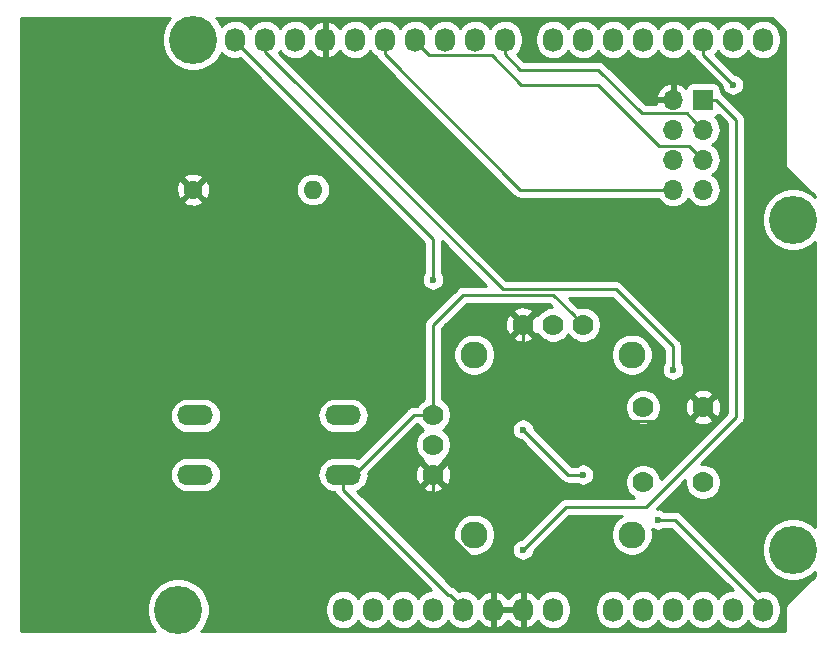
<source format=gbl>
G04 #@! TF.GenerationSoftware,KiCad,Pcbnew,(5.1.2-1)-1*
G04 #@! TF.CreationDate,2020-05-12T22:35:20+08:00*
G04 #@! TF.ProjectId,arduino_uno_exboard,61726475-696e-46f5-9f75-6e6f5f657862,rev?*
G04 #@! TF.SameCoordinates,Original*
G04 #@! TF.FileFunction,Copper,L2,Bot*
G04 #@! TF.FilePolarity,Positive*
%FSLAX46Y46*%
G04 Gerber Fmt 4.6, Leading zero omitted, Abs format (unit mm)*
G04 Created by KiCad (PCBNEW (5.1.2-1)-1) date 2020-05-12 22:35:20*
%MOMM*%
%LPD*%
G04 APERTURE LIST*
%ADD10O,1.600000X1.600000*%
%ADD11C,1.600000*%
%ADD12O,3.048000X1.727200*%
%ADD13C,1.778000*%
%ADD14C,2.286000*%
%ADD15O,1.700000X1.700000*%
%ADD16R,1.700000X1.700000*%
%ADD17O,1.727200X2.032000*%
%ADD18C,4.064000*%
%ADD19C,0.600000*%
%ADD20C,0.250000*%
%ADD21C,0.254000*%
G04 APERTURE END LIST*
D10*
X136398000Y-88265000D03*
D11*
X126238000Y-88265000D03*
D12*
X138938000Y-107395000D03*
X138938000Y-112395000D03*
X126438000Y-107395000D03*
X126438000Y-112395000D03*
D13*
X154178000Y-99695000D03*
X156718000Y-99695000D03*
X159258000Y-99695000D03*
D14*
X163385500Y-117475000D03*
X150050500Y-117475000D03*
X150050500Y-102235000D03*
X163385500Y-102235000D03*
D13*
X146558000Y-112395000D03*
X146558000Y-109855000D03*
X146558000Y-107315000D03*
X164338000Y-113030000D03*
X164338000Y-106680000D03*
X169418000Y-113030000D03*
X169418000Y-106680000D03*
D15*
X166878000Y-88265000D03*
X169418000Y-88265000D03*
X166878000Y-85725000D03*
X169418000Y-85725000D03*
X166878000Y-83185000D03*
X169418000Y-83185000D03*
X166878000Y-80645000D03*
D16*
X169418000Y-80645000D03*
D17*
X138938000Y-123825000D03*
X141478000Y-123825000D03*
X144018000Y-123825000D03*
X146558000Y-123825000D03*
X149098000Y-123825000D03*
X151638000Y-123825000D03*
X154178000Y-123825000D03*
X156718000Y-123825000D03*
X161798000Y-123825000D03*
X164338000Y-123825000D03*
X166878000Y-123825000D03*
X169418000Y-123825000D03*
X171958000Y-123825000D03*
X174498000Y-123825000D03*
X129794000Y-75565000D03*
X132334000Y-75565000D03*
X134874000Y-75565000D03*
X137414000Y-75565000D03*
X139954000Y-75565000D03*
X142494000Y-75565000D03*
X145034000Y-75565000D03*
X147574000Y-75565000D03*
X150114000Y-75565000D03*
X152654000Y-75565000D03*
X156718000Y-75565000D03*
X159258000Y-75565000D03*
X161798000Y-75565000D03*
X164338000Y-75565000D03*
X166878000Y-75565000D03*
X169418000Y-75565000D03*
X171958000Y-75565000D03*
X174498000Y-75565000D03*
D18*
X124968000Y-123825000D03*
X177038000Y-118745000D03*
X126238000Y-75565000D03*
X177038000Y-90805000D03*
D19*
X154178000Y-104775000D03*
X166878000Y-103505000D03*
X146558000Y-95885000D03*
X154178000Y-108585000D03*
X159258000Y-112395000D03*
X165607992Y-116205000D03*
X171958000Y-79375000D03*
X154178000Y-118745000D03*
D20*
X156718000Y-97155000D02*
X158369001Y-98806001D01*
X158369001Y-98806001D02*
X159258000Y-99695000D01*
X149122929Y-97155000D02*
X156718000Y-97155000D01*
X146558000Y-99719929D02*
X149122929Y-97155000D01*
X146558000Y-107315000D02*
X146558000Y-99719929D01*
X149098000Y-123672600D02*
X149098000Y-123825000D01*
X147832000Y-122559000D02*
X147984400Y-122559000D01*
X138938000Y-113665000D02*
X147832000Y-122559000D01*
X147984400Y-122559000D02*
X149098000Y-123672600D01*
X138938000Y-112395000D02*
X138938000Y-113665000D01*
X144932400Y-107315000D02*
X146558000Y-107315000D01*
X139852400Y-112395000D02*
X144932400Y-107315000D01*
X138938000Y-112395000D02*
X139852400Y-112395000D01*
X168529001Y-107568999D02*
X169418000Y-106680000D01*
X168203999Y-107894001D02*
X168529001Y-107568999D01*
X157297001Y-107894001D02*
X168203999Y-107894001D01*
X154178000Y-104775000D02*
X157297001Y-107894001D01*
X146558000Y-112395000D02*
X154178000Y-104775000D01*
X154178000Y-99695000D02*
X154178000Y-104775000D01*
X146558000Y-113652235D02*
X146558000Y-112395000D01*
X146558000Y-116155142D02*
X146558000Y-113652235D01*
X151638000Y-121235142D02*
X146558000Y-116155142D01*
X151638000Y-123825000D02*
X151638000Y-121235142D01*
X162033790Y-96704990D02*
X166878000Y-101549200D01*
X166878000Y-101549200D02*
X166878000Y-103505000D01*
X152457990Y-96704990D02*
X162033790Y-96704990D01*
X132334000Y-76581000D02*
X152457990Y-96704990D01*
X132334000Y-75565000D02*
X132334000Y-76581000D01*
X129794000Y-75717400D02*
X146558000Y-92481400D01*
X129794000Y-75565000D02*
X129794000Y-75717400D01*
X146558000Y-92481400D02*
X146558000Y-95885000D01*
X154178000Y-108585000D02*
X157988000Y-112395000D01*
X157988000Y-112395000D02*
X159258000Y-112395000D01*
X174498000Y-123825000D02*
X174498000Y-123672600D01*
X174498000Y-123672600D02*
X167030400Y-116205000D01*
X167030400Y-116205000D02*
X166032256Y-116205000D01*
X166032256Y-116205000D02*
X165607992Y-116205000D01*
X152654000Y-76831000D02*
X153928000Y-78105000D01*
X152654000Y-75565000D02*
X152654000Y-76831000D01*
X153928000Y-78105000D02*
X160528000Y-78105000D01*
X168053001Y-81820001D02*
X168568001Y-82335001D01*
X164243001Y-81820001D02*
X168053001Y-81820001D01*
X168568001Y-82335001D02*
X169418000Y-83185000D01*
X160528000Y-78105000D02*
X164243001Y-81820001D01*
X169418000Y-75565000D02*
X169418000Y-76835000D01*
X169418000Y-76835000D02*
X171958000Y-79375000D01*
X170518000Y-80645000D02*
X169418000Y-80645000D01*
X172212000Y-82339000D02*
X170518000Y-80645000D01*
X164566600Y-115138200D02*
X172212000Y-107492800D01*
X157784800Y-115138200D02*
X164566600Y-115138200D01*
X172212000Y-107492800D02*
X172212000Y-82339000D01*
X154178000Y-118745000D02*
X157784800Y-115138200D01*
X153928000Y-88265000D02*
X165675919Y-88265000D01*
X165675919Y-88265000D02*
X166878000Y-88265000D01*
X142494000Y-76831000D02*
X153928000Y-88265000D01*
X142494000Y-75565000D02*
X142494000Y-76831000D01*
X146222610Y-76906010D02*
X151566990Y-76906010D01*
X145034000Y-75717400D02*
X146222610Y-76906010D01*
X145034000Y-75565000D02*
X145034000Y-75717400D01*
X151566990Y-76906010D02*
X154035980Y-79375000D01*
X154035980Y-79375000D02*
X160528000Y-79375000D01*
X168568001Y-84875001D02*
X169418000Y-85725000D01*
X168242999Y-84549999D02*
X168568001Y-84875001D01*
X165702999Y-84549999D02*
X168242999Y-84549999D01*
X160528000Y-79375000D02*
X165702999Y-84549999D01*
D21*
G36*
X124166406Y-73864887D02*
G01*
X123874536Y-74301702D01*
X123673492Y-74787065D01*
X123571000Y-75302323D01*
X123571000Y-75827677D01*
X123673492Y-76342935D01*
X123874536Y-76828298D01*
X124166406Y-77265113D01*
X124537887Y-77636594D01*
X124974702Y-77928464D01*
X125460065Y-78129508D01*
X125975323Y-78232000D01*
X126500677Y-78232000D01*
X127015935Y-78129508D01*
X127501298Y-77928464D01*
X127938113Y-77636594D01*
X128309594Y-77265113D01*
X128601464Y-76828298D01*
X128657001Y-76694219D01*
X128729203Y-76782197D01*
X128957395Y-76969469D01*
X129217737Y-77108625D01*
X129500224Y-77194316D01*
X129794000Y-77223251D01*
X130087777Y-77194316D01*
X130170900Y-77169101D01*
X145798000Y-92796202D01*
X145798001Y-95339463D01*
X145729414Y-95442111D01*
X145658932Y-95612271D01*
X145623000Y-95792911D01*
X145623000Y-95977089D01*
X145658932Y-96157729D01*
X145729414Y-96327889D01*
X145831738Y-96481028D01*
X145961972Y-96611262D01*
X146115111Y-96713586D01*
X146285271Y-96784068D01*
X146465911Y-96820000D01*
X146650089Y-96820000D01*
X146830729Y-96784068D01*
X147000889Y-96713586D01*
X147154028Y-96611262D01*
X147284262Y-96481028D01*
X147386586Y-96327889D01*
X147457068Y-96157729D01*
X147493000Y-95977089D01*
X147493000Y-95792911D01*
X147457068Y-95612271D01*
X147386586Y-95442111D01*
X147318000Y-95339465D01*
X147318000Y-92639802D01*
X151073198Y-96395000D01*
X149160251Y-96395000D01*
X149122928Y-96391324D01*
X149085605Y-96395000D01*
X149085596Y-96395000D01*
X148973943Y-96405997D01*
X148830682Y-96449454D01*
X148698653Y-96520026D01*
X148698651Y-96520027D01*
X148698652Y-96520027D01*
X148611925Y-96591201D01*
X148611921Y-96591205D01*
X148582928Y-96614999D01*
X148559134Y-96643992D01*
X146046998Y-99156130D01*
X146018000Y-99179928D01*
X145994202Y-99208926D01*
X145994201Y-99208927D01*
X145923026Y-99295653D01*
X145852454Y-99427683D01*
X145808998Y-99570944D01*
X145794324Y-99719929D01*
X145798001Y-99757261D01*
X145798000Y-105989917D01*
X145586507Y-106131232D01*
X145374232Y-106343507D01*
X145232917Y-106555000D01*
X144969723Y-106555000D01*
X144932400Y-106551324D01*
X144895077Y-106555000D01*
X144895067Y-106555000D01*
X144783414Y-106565997D01*
X144640153Y-106609454D01*
X144508123Y-106680026D01*
X144424483Y-106748668D01*
X144392399Y-106774999D01*
X144368601Y-106803997D01*
X140170183Y-111002416D01*
X139892177Y-110918084D01*
X139672019Y-110896400D01*
X138203981Y-110896400D01*
X137983823Y-110918084D01*
X137701336Y-111003775D01*
X137440994Y-111142931D01*
X137212803Y-111330203D01*
X137025531Y-111558394D01*
X136886375Y-111818736D01*
X136800684Y-112101223D01*
X136771749Y-112395000D01*
X136800684Y-112688777D01*
X136886375Y-112971264D01*
X137025531Y-113231606D01*
X137212803Y-113459797D01*
X137440994Y-113647069D01*
X137701336Y-113786225D01*
X137983823Y-113871916D01*
X138203981Y-113893600D01*
X138213148Y-113893600D01*
X138232454Y-113957246D01*
X138303026Y-114089276D01*
X138374201Y-114176002D01*
X138398000Y-114205001D01*
X138426998Y-114228799D01*
X146382256Y-122184059D01*
X146264223Y-122195684D01*
X145981736Y-122281375D01*
X145721394Y-122420531D01*
X145493203Y-122607803D01*
X145305931Y-122835995D01*
X145288000Y-122869541D01*
X145270069Y-122835994D01*
X145082797Y-122607803D01*
X144854605Y-122420531D01*
X144594263Y-122281375D01*
X144311776Y-122195684D01*
X144018000Y-122166749D01*
X143724223Y-122195684D01*
X143441736Y-122281375D01*
X143181394Y-122420531D01*
X142953203Y-122607803D01*
X142765931Y-122835995D01*
X142748000Y-122869541D01*
X142730069Y-122835994D01*
X142542797Y-122607803D01*
X142314605Y-122420531D01*
X142054263Y-122281375D01*
X141771776Y-122195684D01*
X141478000Y-122166749D01*
X141184223Y-122195684D01*
X140901736Y-122281375D01*
X140641394Y-122420531D01*
X140413203Y-122607803D01*
X140225931Y-122835995D01*
X140208000Y-122869541D01*
X140190069Y-122835994D01*
X140002797Y-122607803D01*
X139774605Y-122420531D01*
X139514263Y-122281375D01*
X139231776Y-122195684D01*
X138938000Y-122166749D01*
X138644223Y-122195684D01*
X138361736Y-122281375D01*
X138101394Y-122420531D01*
X137873203Y-122607803D01*
X137685931Y-122835995D01*
X137546775Y-123096337D01*
X137461084Y-123378824D01*
X137439400Y-123598982D01*
X137439400Y-124051019D01*
X137461084Y-124271177D01*
X137546775Y-124553664D01*
X137685931Y-124814006D01*
X137873203Y-125042197D01*
X138101395Y-125229469D01*
X138361737Y-125368625D01*
X138644224Y-125454316D01*
X138938000Y-125483251D01*
X139231777Y-125454316D01*
X139514264Y-125368625D01*
X139774606Y-125229469D01*
X140002797Y-125042197D01*
X140190069Y-124814006D01*
X140208000Y-124780459D01*
X140225931Y-124814006D01*
X140413203Y-125042197D01*
X140641395Y-125229469D01*
X140901737Y-125368625D01*
X141184224Y-125454316D01*
X141478000Y-125483251D01*
X141771777Y-125454316D01*
X142054264Y-125368625D01*
X142314606Y-125229469D01*
X142542797Y-125042197D01*
X142730069Y-124814006D01*
X142748000Y-124780459D01*
X142765931Y-124814006D01*
X142953203Y-125042197D01*
X143181395Y-125229469D01*
X143441737Y-125368625D01*
X143724224Y-125454316D01*
X144018000Y-125483251D01*
X144311777Y-125454316D01*
X144594264Y-125368625D01*
X144854606Y-125229469D01*
X145082797Y-125042197D01*
X145270069Y-124814006D01*
X145288000Y-124780459D01*
X145305931Y-124814006D01*
X145493203Y-125042197D01*
X145721395Y-125229469D01*
X145981737Y-125368625D01*
X146264224Y-125454316D01*
X146558000Y-125483251D01*
X146851777Y-125454316D01*
X147134264Y-125368625D01*
X147394606Y-125229469D01*
X147622797Y-125042197D01*
X147810069Y-124814006D01*
X147828000Y-124780459D01*
X147845931Y-124814006D01*
X148033203Y-125042197D01*
X148261395Y-125229469D01*
X148521737Y-125368625D01*
X148804224Y-125454316D01*
X149098000Y-125483251D01*
X149391777Y-125454316D01*
X149674264Y-125368625D01*
X149934606Y-125229469D01*
X150162797Y-125042197D01*
X150350069Y-124814006D01*
X150371424Y-124774053D01*
X150519514Y-124976729D01*
X150735965Y-125175733D01*
X150987081Y-125328686D01*
X151263211Y-125429709D01*
X151278974Y-125432358D01*
X151511000Y-125311217D01*
X151511000Y-123952000D01*
X151765000Y-123952000D01*
X151765000Y-125311217D01*
X151997026Y-125432358D01*
X152012789Y-125429709D01*
X152288919Y-125328686D01*
X152540035Y-125175733D01*
X152756486Y-124976729D01*
X152908000Y-124769367D01*
X153059514Y-124976729D01*
X153275965Y-125175733D01*
X153527081Y-125328686D01*
X153803211Y-125429709D01*
X153818974Y-125432358D01*
X154051000Y-125311217D01*
X154051000Y-123952000D01*
X151765000Y-123952000D01*
X151511000Y-123952000D01*
X151491000Y-123952000D01*
X151491000Y-123698000D01*
X151511000Y-123698000D01*
X151511000Y-122338783D01*
X151765000Y-122338783D01*
X151765000Y-123698000D01*
X154051000Y-123698000D01*
X154051000Y-122338783D01*
X154305000Y-122338783D01*
X154305000Y-123698000D01*
X154325000Y-123698000D01*
X154325000Y-123952000D01*
X154305000Y-123952000D01*
X154305000Y-125311217D01*
X154537026Y-125432358D01*
X154552789Y-125429709D01*
X154828919Y-125328686D01*
X155080035Y-125175733D01*
X155296486Y-124976729D01*
X155444576Y-124774053D01*
X155465931Y-124814006D01*
X155653203Y-125042197D01*
X155881395Y-125229469D01*
X156141737Y-125368625D01*
X156424224Y-125454316D01*
X156718000Y-125483251D01*
X157011777Y-125454316D01*
X157294264Y-125368625D01*
X157554606Y-125229469D01*
X157782797Y-125042197D01*
X157970069Y-124814006D01*
X158109225Y-124553663D01*
X158194916Y-124271176D01*
X158216600Y-124051018D01*
X158216600Y-123598981D01*
X158194916Y-123378823D01*
X158109225Y-123096336D01*
X157970069Y-122835994D01*
X157782797Y-122607803D01*
X157554605Y-122420531D01*
X157294263Y-122281375D01*
X157011776Y-122195684D01*
X156718000Y-122166749D01*
X156424223Y-122195684D01*
X156141736Y-122281375D01*
X155881394Y-122420531D01*
X155653203Y-122607803D01*
X155465931Y-122835995D01*
X155444576Y-122875947D01*
X155296486Y-122673271D01*
X155080035Y-122474267D01*
X154828919Y-122321314D01*
X154552789Y-122220291D01*
X154537026Y-122217642D01*
X154305000Y-122338783D01*
X154051000Y-122338783D01*
X153818974Y-122217642D01*
X153803211Y-122220291D01*
X153527081Y-122321314D01*
X153275965Y-122474267D01*
X153059514Y-122673271D01*
X152908000Y-122880633D01*
X152756486Y-122673271D01*
X152540035Y-122474267D01*
X152288919Y-122321314D01*
X152012789Y-122220291D01*
X151997026Y-122217642D01*
X151765000Y-122338783D01*
X151511000Y-122338783D01*
X151278974Y-122217642D01*
X151263211Y-122220291D01*
X150987081Y-122321314D01*
X150735965Y-122474267D01*
X150519514Y-122673271D01*
X150371424Y-122875947D01*
X150350069Y-122835994D01*
X150162797Y-122607803D01*
X149934605Y-122420531D01*
X149674263Y-122281375D01*
X149391776Y-122195684D01*
X149098000Y-122166749D01*
X148804223Y-122195684D01*
X148721100Y-122220899D01*
X148548204Y-122048002D01*
X148524401Y-122018999D01*
X148408676Y-121924026D01*
X148276647Y-121853454D01*
X148168430Y-121820627D01*
X143647684Y-117299882D01*
X148272500Y-117299882D01*
X148272500Y-117650118D01*
X148340828Y-117993623D01*
X148474857Y-118317199D01*
X148669437Y-118608409D01*
X148917091Y-118856063D01*
X149208301Y-119050643D01*
X149531877Y-119184672D01*
X149875382Y-119253000D01*
X150225618Y-119253000D01*
X150569123Y-119184672D01*
X150892699Y-119050643D01*
X151183909Y-118856063D01*
X151431563Y-118608409D01*
X151626143Y-118317199D01*
X151760172Y-117993623D01*
X151828500Y-117650118D01*
X151828500Y-117299882D01*
X151760172Y-116956377D01*
X151626143Y-116632801D01*
X151431563Y-116341591D01*
X151183909Y-116093937D01*
X150892699Y-115899357D01*
X150569123Y-115765328D01*
X150225618Y-115697000D01*
X149875382Y-115697000D01*
X149531877Y-115765328D01*
X149208301Y-115899357D01*
X148917091Y-116093937D01*
X148669437Y-116341591D01*
X148474857Y-116632801D01*
X148340828Y-116956377D01*
X148272500Y-117299882D01*
X143647684Y-117299882D01*
X140143484Y-113795683D01*
X140174664Y-113786225D01*
X140435006Y-113647069D01*
X140663197Y-113459797D01*
X140670226Y-113451231D01*
X145681374Y-113451231D01*
X145763727Y-113704289D01*
X146034418Y-113834086D01*
X146325230Y-113908580D01*
X146624988Y-113924908D01*
X146922171Y-113882443D01*
X147205359Y-113782816D01*
X147352273Y-113704289D01*
X147434626Y-113451231D01*
X146558000Y-112574605D01*
X145681374Y-113451231D01*
X140670226Y-113451231D01*
X140850469Y-113231606D01*
X140989625Y-112971264D01*
X141075316Y-112688777D01*
X141097653Y-112461988D01*
X145028092Y-112461988D01*
X145070557Y-112759171D01*
X145170184Y-113042359D01*
X145248711Y-113189273D01*
X145501769Y-113271626D01*
X146378395Y-112395000D01*
X146737605Y-112395000D01*
X147614231Y-113271626D01*
X147867289Y-113189273D01*
X147997086Y-112918582D01*
X148071580Y-112627770D01*
X148087908Y-112328012D01*
X148045443Y-112030829D01*
X147945816Y-111747641D01*
X147867289Y-111600727D01*
X147614231Y-111518374D01*
X146737605Y-112395000D01*
X146378395Y-112395000D01*
X145501769Y-111518374D01*
X145248711Y-111600727D01*
X145118914Y-111871418D01*
X145044420Y-112162230D01*
X145028092Y-112461988D01*
X141097653Y-112461988D01*
X141104251Y-112395000D01*
X141088376Y-112233825D01*
X145238639Y-108083563D01*
X145374232Y-108286493D01*
X145586507Y-108498768D01*
X145715562Y-108585000D01*
X145586507Y-108671232D01*
X145374232Y-108883507D01*
X145207449Y-109133115D01*
X145092566Y-109410466D01*
X145034000Y-109704899D01*
X145034000Y-110005101D01*
X145092566Y-110299534D01*
X145207449Y-110576885D01*
X145374232Y-110826493D01*
X145586507Y-111038768D01*
X145744622Y-111144417D01*
X145681374Y-111338769D01*
X146558000Y-112215395D01*
X147434626Y-111338769D01*
X147371378Y-111144417D01*
X147529493Y-111038768D01*
X147741768Y-110826493D01*
X147908551Y-110576885D01*
X148023434Y-110299534D01*
X148082000Y-110005101D01*
X148082000Y-109704899D01*
X148023434Y-109410466D01*
X147908551Y-109133115D01*
X147741768Y-108883507D01*
X147529493Y-108671232D01*
X147400438Y-108585000D01*
X147529493Y-108498768D01*
X147535350Y-108492911D01*
X153243000Y-108492911D01*
X153243000Y-108677089D01*
X153278932Y-108857729D01*
X153349414Y-109027889D01*
X153451738Y-109181028D01*
X153581972Y-109311262D01*
X153735111Y-109413586D01*
X153905271Y-109484068D01*
X154026352Y-109508153D01*
X157424201Y-112906003D01*
X157447999Y-112935001D01*
X157563724Y-113029974D01*
X157695753Y-113100546D01*
X157839014Y-113144003D01*
X157950667Y-113155000D01*
X157950675Y-113155000D01*
X157988000Y-113158676D01*
X158025325Y-113155000D01*
X158712465Y-113155000D01*
X158815111Y-113223586D01*
X158985271Y-113294068D01*
X159165911Y-113330000D01*
X159350089Y-113330000D01*
X159530729Y-113294068D01*
X159700889Y-113223586D01*
X159854028Y-113121262D01*
X159984262Y-112991028D01*
X160086586Y-112837889D01*
X160157068Y-112667729D01*
X160193000Y-112487089D01*
X160193000Y-112302911D01*
X160157068Y-112122271D01*
X160086586Y-111952111D01*
X159984262Y-111798972D01*
X159854028Y-111668738D01*
X159700889Y-111566414D01*
X159530729Y-111495932D01*
X159350089Y-111460000D01*
X159165911Y-111460000D01*
X158985271Y-111495932D01*
X158815111Y-111566414D01*
X158712465Y-111635000D01*
X158302802Y-111635000D01*
X155101153Y-108433352D01*
X155077068Y-108312271D01*
X155006586Y-108142111D01*
X154904262Y-107988972D01*
X154774028Y-107858738D01*
X154620889Y-107756414D01*
X154450729Y-107685932D01*
X154270089Y-107650000D01*
X154085911Y-107650000D01*
X153905271Y-107685932D01*
X153735111Y-107756414D01*
X153581972Y-107858738D01*
X153451738Y-107988972D01*
X153349414Y-108142111D01*
X153278932Y-108312271D01*
X153243000Y-108492911D01*
X147535350Y-108492911D01*
X147741768Y-108286493D01*
X147908551Y-108036885D01*
X148023434Y-107759534D01*
X148082000Y-107465101D01*
X148082000Y-107164899D01*
X148023434Y-106870466D01*
X147908551Y-106593115D01*
X147866312Y-106529899D01*
X162814000Y-106529899D01*
X162814000Y-106830101D01*
X162872566Y-107124534D01*
X162987449Y-107401885D01*
X163154232Y-107651493D01*
X163366507Y-107863768D01*
X163616115Y-108030551D01*
X163893466Y-108145434D01*
X164187899Y-108204000D01*
X164488101Y-108204000D01*
X164782534Y-108145434D01*
X165059885Y-108030551D01*
X165309493Y-107863768D01*
X165437030Y-107736231D01*
X168541374Y-107736231D01*
X168623727Y-107989289D01*
X168894418Y-108119086D01*
X169185230Y-108193580D01*
X169484988Y-108209908D01*
X169782171Y-108167443D01*
X170065359Y-108067816D01*
X170212273Y-107989289D01*
X170294626Y-107736231D01*
X169418000Y-106859605D01*
X168541374Y-107736231D01*
X165437030Y-107736231D01*
X165521768Y-107651493D01*
X165688551Y-107401885D01*
X165803434Y-107124534D01*
X165862000Y-106830101D01*
X165862000Y-106746988D01*
X167888092Y-106746988D01*
X167930557Y-107044171D01*
X168030184Y-107327359D01*
X168108711Y-107474273D01*
X168361769Y-107556626D01*
X169238395Y-106680000D01*
X169597605Y-106680000D01*
X170474231Y-107556626D01*
X170727289Y-107474273D01*
X170857086Y-107203582D01*
X170931580Y-106912770D01*
X170947908Y-106613012D01*
X170905443Y-106315829D01*
X170805816Y-106032641D01*
X170727289Y-105885727D01*
X170474231Y-105803374D01*
X169597605Y-106680000D01*
X169238395Y-106680000D01*
X168361769Y-105803374D01*
X168108711Y-105885727D01*
X167978914Y-106156418D01*
X167904420Y-106447230D01*
X167888092Y-106746988D01*
X165862000Y-106746988D01*
X165862000Y-106529899D01*
X165803434Y-106235466D01*
X165688551Y-105958115D01*
X165521768Y-105708507D01*
X165437030Y-105623769D01*
X168541374Y-105623769D01*
X169418000Y-106500395D01*
X170294626Y-105623769D01*
X170212273Y-105370711D01*
X169941582Y-105240914D01*
X169650770Y-105166420D01*
X169351012Y-105150092D01*
X169053829Y-105192557D01*
X168770641Y-105292184D01*
X168623727Y-105370711D01*
X168541374Y-105623769D01*
X165437030Y-105623769D01*
X165309493Y-105496232D01*
X165059885Y-105329449D01*
X164782534Y-105214566D01*
X164488101Y-105156000D01*
X164187899Y-105156000D01*
X163893466Y-105214566D01*
X163616115Y-105329449D01*
X163366507Y-105496232D01*
X163154232Y-105708507D01*
X162987449Y-105958115D01*
X162872566Y-106235466D01*
X162814000Y-106529899D01*
X147866312Y-106529899D01*
X147741768Y-106343507D01*
X147529493Y-106131232D01*
X147318000Y-105989917D01*
X147318000Y-102059882D01*
X148272500Y-102059882D01*
X148272500Y-102410118D01*
X148340828Y-102753623D01*
X148474857Y-103077199D01*
X148669437Y-103368409D01*
X148917091Y-103616063D01*
X149208301Y-103810643D01*
X149531877Y-103944672D01*
X149875382Y-104013000D01*
X150225618Y-104013000D01*
X150569123Y-103944672D01*
X150892699Y-103810643D01*
X151183909Y-103616063D01*
X151431563Y-103368409D01*
X151626143Y-103077199D01*
X151760172Y-102753623D01*
X151828500Y-102410118D01*
X151828500Y-102059882D01*
X161607500Y-102059882D01*
X161607500Y-102410118D01*
X161675828Y-102753623D01*
X161809857Y-103077199D01*
X162004437Y-103368409D01*
X162252091Y-103616063D01*
X162543301Y-103810643D01*
X162866877Y-103944672D01*
X163210382Y-104013000D01*
X163560618Y-104013000D01*
X163904123Y-103944672D01*
X164227699Y-103810643D01*
X164518909Y-103616063D01*
X164766563Y-103368409D01*
X164961143Y-103077199D01*
X165095172Y-102753623D01*
X165163500Y-102410118D01*
X165163500Y-102059882D01*
X165095172Y-101716377D01*
X164961143Y-101392801D01*
X164766563Y-101101591D01*
X164518909Y-100853937D01*
X164227699Y-100659357D01*
X163904123Y-100525328D01*
X163560618Y-100457000D01*
X163210382Y-100457000D01*
X162866877Y-100525328D01*
X162543301Y-100659357D01*
X162252091Y-100853937D01*
X162004437Y-101101591D01*
X161809857Y-101392801D01*
X161675828Y-101716377D01*
X161607500Y-102059882D01*
X151828500Y-102059882D01*
X151760172Y-101716377D01*
X151626143Y-101392801D01*
X151431563Y-101101591D01*
X151183909Y-100853937D01*
X151030199Y-100751231D01*
X153301374Y-100751231D01*
X153383727Y-101004289D01*
X153654418Y-101134086D01*
X153945230Y-101208580D01*
X154244988Y-101224908D01*
X154542171Y-101182443D01*
X154825359Y-101082816D01*
X154972273Y-101004289D01*
X155054626Y-100751231D01*
X154178000Y-99874605D01*
X153301374Y-100751231D01*
X151030199Y-100751231D01*
X150892699Y-100659357D01*
X150569123Y-100525328D01*
X150225618Y-100457000D01*
X149875382Y-100457000D01*
X149531877Y-100525328D01*
X149208301Y-100659357D01*
X148917091Y-100853937D01*
X148669437Y-101101591D01*
X148474857Y-101392801D01*
X148340828Y-101716377D01*
X148272500Y-102059882D01*
X147318000Y-102059882D01*
X147318000Y-100034730D01*
X147590742Y-99761988D01*
X152648092Y-99761988D01*
X152690557Y-100059171D01*
X152790184Y-100342359D01*
X152868711Y-100489273D01*
X153121769Y-100571626D01*
X153998395Y-99695000D01*
X153121769Y-98818374D01*
X152868711Y-98900727D01*
X152738914Y-99171418D01*
X152664420Y-99462230D01*
X152648092Y-99761988D01*
X147590742Y-99761988D01*
X148713962Y-98638769D01*
X153301374Y-98638769D01*
X154178000Y-99515395D01*
X155054626Y-98638769D01*
X154972273Y-98385711D01*
X154701582Y-98255914D01*
X154410770Y-98181420D01*
X154111012Y-98165092D01*
X153813829Y-98207557D01*
X153530641Y-98307184D01*
X153383727Y-98385711D01*
X153301374Y-98638769D01*
X148713962Y-98638769D01*
X149437732Y-97915000D01*
X156403199Y-97915000D01*
X156659199Y-98171000D01*
X156567899Y-98171000D01*
X156273466Y-98229566D01*
X155996115Y-98344449D01*
X155746507Y-98511232D01*
X155534232Y-98723507D01*
X155428583Y-98881622D01*
X155234231Y-98818374D01*
X154357605Y-99695000D01*
X155234231Y-100571626D01*
X155428583Y-100508378D01*
X155534232Y-100666493D01*
X155746507Y-100878768D01*
X155996115Y-101045551D01*
X156273466Y-101160434D01*
X156567899Y-101219000D01*
X156868101Y-101219000D01*
X157162534Y-101160434D01*
X157439885Y-101045551D01*
X157689493Y-100878768D01*
X157901768Y-100666493D01*
X157988000Y-100537438D01*
X158074232Y-100666493D01*
X158286507Y-100878768D01*
X158536115Y-101045551D01*
X158813466Y-101160434D01*
X159107899Y-101219000D01*
X159408101Y-101219000D01*
X159702534Y-101160434D01*
X159979885Y-101045551D01*
X160229493Y-100878768D01*
X160441768Y-100666493D01*
X160608551Y-100416885D01*
X160723434Y-100139534D01*
X160782000Y-99845101D01*
X160782000Y-99544899D01*
X160723434Y-99250466D01*
X160608551Y-98973115D01*
X160441768Y-98723507D01*
X160229493Y-98511232D01*
X159979885Y-98344449D01*
X159702534Y-98229566D01*
X159408101Y-98171000D01*
X159107899Y-98171000D01*
X158858425Y-98220623D01*
X158102792Y-97464990D01*
X161718989Y-97464990D01*
X166118000Y-101864003D01*
X166118001Y-102959464D01*
X166049414Y-103062111D01*
X165978932Y-103232271D01*
X165943000Y-103412911D01*
X165943000Y-103597089D01*
X165978932Y-103777729D01*
X166049414Y-103947889D01*
X166151738Y-104101028D01*
X166281972Y-104231262D01*
X166435111Y-104333586D01*
X166605271Y-104404068D01*
X166785911Y-104440000D01*
X166970089Y-104440000D01*
X167150729Y-104404068D01*
X167320889Y-104333586D01*
X167474028Y-104231262D01*
X167604262Y-104101028D01*
X167706586Y-103947889D01*
X167777068Y-103777729D01*
X167813000Y-103597089D01*
X167813000Y-103412911D01*
X167777068Y-103232271D01*
X167706586Y-103062111D01*
X167638000Y-102959465D01*
X167638000Y-101586522D01*
X167641676Y-101549199D01*
X167638000Y-101511876D01*
X167638000Y-101511867D01*
X167627003Y-101400214D01*
X167583546Y-101256953D01*
X167512974Y-101124924D01*
X167478417Y-101082816D01*
X167441799Y-101038196D01*
X167441795Y-101038192D01*
X167418001Y-101009199D01*
X167389009Y-100985406D01*
X162597594Y-96193993D01*
X162573791Y-96164989D01*
X162458066Y-96070016D01*
X162326037Y-95999444D01*
X162182776Y-95955987D01*
X162071123Y-95944990D01*
X162071112Y-95944990D01*
X162033790Y-95941314D01*
X161996468Y-95944990D01*
X152772792Y-95944990D01*
X133493997Y-76666196D01*
X133586069Y-76554006D01*
X133604000Y-76520459D01*
X133621931Y-76554006D01*
X133809203Y-76782197D01*
X134037395Y-76969469D01*
X134297737Y-77108625D01*
X134580224Y-77194316D01*
X134874000Y-77223251D01*
X135167777Y-77194316D01*
X135450264Y-77108625D01*
X135710606Y-76969469D01*
X135938797Y-76782197D01*
X136126069Y-76554006D01*
X136147424Y-76514053D01*
X136295514Y-76716729D01*
X136511965Y-76915733D01*
X136763081Y-77068686D01*
X137039211Y-77169709D01*
X137054974Y-77172358D01*
X137287000Y-77051217D01*
X137287000Y-75692000D01*
X137267000Y-75692000D01*
X137267000Y-75438000D01*
X137287000Y-75438000D01*
X137287000Y-74078783D01*
X137541000Y-74078783D01*
X137541000Y-75438000D01*
X137561000Y-75438000D01*
X137561000Y-75692000D01*
X137541000Y-75692000D01*
X137541000Y-77051217D01*
X137773026Y-77172358D01*
X137788789Y-77169709D01*
X138064919Y-77068686D01*
X138316035Y-76915733D01*
X138532486Y-76716729D01*
X138680576Y-76514053D01*
X138701931Y-76554006D01*
X138889203Y-76782197D01*
X139117395Y-76969469D01*
X139377737Y-77108625D01*
X139660224Y-77194316D01*
X139954000Y-77223251D01*
X140247777Y-77194316D01*
X140530264Y-77108625D01*
X140790606Y-76969469D01*
X141018797Y-76782197D01*
X141206069Y-76554006D01*
X141224000Y-76520459D01*
X141241931Y-76554006D01*
X141429203Y-76782197D01*
X141657395Y-76969469D01*
X141758143Y-77023320D01*
X141788454Y-77123246D01*
X141859026Y-77255276D01*
X141920354Y-77330003D01*
X141954000Y-77371001D01*
X141982998Y-77394799D01*
X153364201Y-88776003D01*
X153387999Y-88805001D01*
X153503724Y-88899974D01*
X153635753Y-88970546D01*
X153779014Y-89014003D01*
X153890667Y-89025000D01*
X153890677Y-89025000D01*
X153928000Y-89028676D01*
X153965323Y-89025000D01*
X165600405Y-89025000D01*
X165637294Y-89094014D01*
X165822866Y-89320134D01*
X166048986Y-89505706D01*
X166306966Y-89643599D01*
X166586889Y-89728513D01*
X166805050Y-89750000D01*
X166950950Y-89750000D01*
X167169111Y-89728513D01*
X167449034Y-89643599D01*
X167707014Y-89505706D01*
X167933134Y-89320134D01*
X168118706Y-89094014D01*
X168148000Y-89039209D01*
X168177294Y-89094014D01*
X168362866Y-89320134D01*
X168588986Y-89505706D01*
X168846966Y-89643599D01*
X169126889Y-89728513D01*
X169345050Y-89750000D01*
X169490950Y-89750000D01*
X169709111Y-89728513D01*
X169989034Y-89643599D01*
X170247014Y-89505706D01*
X170473134Y-89320134D01*
X170658706Y-89094014D01*
X170796599Y-88836034D01*
X170881513Y-88556111D01*
X170910185Y-88265000D01*
X170881513Y-87973889D01*
X170796599Y-87693966D01*
X170658706Y-87435986D01*
X170473134Y-87209866D01*
X170247014Y-87024294D01*
X170192209Y-86995000D01*
X170247014Y-86965706D01*
X170473134Y-86780134D01*
X170658706Y-86554014D01*
X170796599Y-86296034D01*
X170881513Y-86016111D01*
X170910185Y-85725000D01*
X170881513Y-85433889D01*
X170796599Y-85153966D01*
X170658706Y-84895986D01*
X170473134Y-84669866D01*
X170247014Y-84484294D01*
X170192209Y-84455000D01*
X170247014Y-84425706D01*
X170473134Y-84240134D01*
X170658706Y-84014014D01*
X170796599Y-83756034D01*
X170881513Y-83476111D01*
X170910185Y-83185000D01*
X170881513Y-82893889D01*
X170796599Y-82613966D01*
X170658706Y-82355986D01*
X170473134Y-82129866D01*
X170443313Y-82105393D01*
X170512180Y-82084502D01*
X170622494Y-82025537D01*
X170719185Y-81946185D01*
X170730543Y-81932345D01*
X171452001Y-82653803D01*
X171452000Y-107177998D01*
X165843435Y-112786564D01*
X165803434Y-112585466D01*
X165688551Y-112308115D01*
X165521768Y-112058507D01*
X165309493Y-111846232D01*
X165059885Y-111679449D01*
X164782534Y-111564566D01*
X164488101Y-111506000D01*
X164187899Y-111506000D01*
X163893466Y-111564566D01*
X163616115Y-111679449D01*
X163366507Y-111846232D01*
X163154232Y-112058507D01*
X162987449Y-112308115D01*
X162872566Y-112585466D01*
X162814000Y-112879899D01*
X162814000Y-113180101D01*
X162872566Y-113474534D01*
X162987449Y-113751885D01*
X163154232Y-114001493D01*
X163366507Y-114213768D01*
X163612596Y-114378200D01*
X157822122Y-114378200D01*
X157784799Y-114374524D01*
X157747476Y-114378200D01*
X157747467Y-114378200D01*
X157635814Y-114389197D01*
X157492553Y-114432654D01*
X157360524Y-114503226D01*
X157360522Y-114503227D01*
X157360523Y-114503227D01*
X157273796Y-114574401D01*
X157273792Y-114574405D01*
X157244799Y-114598199D01*
X157221005Y-114627192D01*
X154026351Y-117821847D01*
X153905271Y-117845932D01*
X153735111Y-117916414D01*
X153581972Y-118018738D01*
X153451738Y-118148972D01*
X153349414Y-118302111D01*
X153278932Y-118472271D01*
X153243000Y-118652911D01*
X153243000Y-118837089D01*
X153278932Y-119017729D01*
X153349414Y-119187889D01*
X153451738Y-119341028D01*
X153581972Y-119471262D01*
X153735111Y-119573586D01*
X153905271Y-119644068D01*
X154085911Y-119680000D01*
X154270089Y-119680000D01*
X154450729Y-119644068D01*
X154620889Y-119573586D01*
X154774028Y-119471262D01*
X154904262Y-119341028D01*
X155006586Y-119187889D01*
X155077068Y-119017729D01*
X155101153Y-118896649D01*
X158099603Y-115898200D01*
X162546094Y-115898200D01*
X162543301Y-115899357D01*
X162252091Y-116093937D01*
X162004437Y-116341591D01*
X161809857Y-116632801D01*
X161675828Y-116956377D01*
X161607500Y-117299882D01*
X161607500Y-117650118D01*
X161675828Y-117993623D01*
X161809857Y-118317199D01*
X162004437Y-118608409D01*
X162252091Y-118856063D01*
X162543301Y-119050643D01*
X162866877Y-119184672D01*
X163210382Y-119253000D01*
X163560618Y-119253000D01*
X163904123Y-119184672D01*
X164227699Y-119050643D01*
X164518909Y-118856063D01*
X164766563Y-118608409D01*
X164961143Y-118317199D01*
X165095172Y-117993623D01*
X165163500Y-117650118D01*
X165163500Y-117299882D01*
X165102165Y-116991532D01*
X165165103Y-117033586D01*
X165335263Y-117104068D01*
X165515903Y-117140000D01*
X165700081Y-117140000D01*
X165880721Y-117104068D01*
X166050881Y-117033586D01*
X166153527Y-116965000D01*
X166715599Y-116965000D01*
X171920992Y-122170394D01*
X171664223Y-122195684D01*
X171381736Y-122281375D01*
X171121394Y-122420531D01*
X170893203Y-122607803D01*
X170705931Y-122835995D01*
X170688000Y-122869541D01*
X170670069Y-122835994D01*
X170482797Y-122607803D01*
X170254605Y-122420531D01*
X169994263Y-122281375D01*
X169711776Y-122195684D01*
X169418000Y-122166749D01*
X169124223Y-122195684D01*
X168841736Y-122281375D01*
X168581394Y-122420531D01*
X168353203Y-122607803D01*
X168165931Y-122835995D01*
X168148000Y-122869541D01*
X168130069Y-122835994D01*
X167942797Y-122607803D01*
X167714605Y-122420531D01*
X167454263Y-122281375D01*
X167171776Y-122195684D01*
X166878000Y-122166749D01*
X166584223Y-122195684D01*
X166301736Y-122281375D01*
X166041394Y-122420531D01*
X165813203Y-122607803D01*
X165625931Y-122835995D01*
X165608000Y-122869541D01*
X165590069Y-122835994D01*
X165402797Y-122607803D01*
X165174605Y-122420531D01*
X164914263Y-122281375D01*
X164631776Y-122195684D01*
X164338000Y-122166749D01*
X164044223Y-122195684D01*
X163761736Y-122281375D01*
X163501394Y-122420531D01*
X163273203Y-122607803D01*
X163085931Y-122835995D01*
X163068000Y-122869541D01*
X163050069Y-122835994D01*
X162862797Y-122607803D01*
X162634605Y-122420531D01*
X162374263Y-122281375D01*
X162091776Y-122195684D01*
X161798000Y-122166749D01*
X161504223Y-122195684D01*
X161221736Y-122281375D01*
X160961394Y-122420531D01*
X160733203Y-122607803D01*
X160545931Y-122835995D01*
X160406775Y-123096337D01*
X160321084Y-123378824D01*
X160299400Y-123598982D01*
X160299400Y-124051019D01*
X160321084Y-124271177D01*
X160406775Y-124553664D01*
X160545931Y-124814006D01*
X160733203Y-125042197D01*
X160961395Y-125229469D01*
X161221737Y-125368625D01*
X161504224Y-125454316D01*
X161798000Y-125483251D01*
X162091777Y-125454316D01*
X162374264Y-125368625D01*
X162634606Y-125229469D01*
X162862797Y-125042197D01*
X163050069Y-124814006D01*
X163068000Y-124780459D01*
X163085931Y-124814006D01*
X163273203Y-125042197D01*
X163501395Y-125229469D01*
X163761737Y-125368625D01*
X164044224Y-125454316D01*
X164338000Y-125483251D01*
X164631777Y-125454316D01*
X164914264Y-125368625D01*
X165174606Y-125229469D01*
X165402797Y-125042197D01*
X165590069Y-124814006D01*
X165608000Y-124780459D01*
X165625931Y-124814006D01*
X165813203Y-125042197D01*
X166041395Y-125229469D01*
X166301737Y-125368625D01*
X166584224Y-125454316D01*
X166878000Y-125483251D01*
X167171777Y-125454316D01*
X167454264Y-125368625D01*
X167714606Y-125229469D01*
X167942797Y-125042197D01*
X168130069Y-124814006D01*
X168148000Y-124780459D01*
X168165931Y-124814006D01*
X168353203Y-125042197D01*
X168581395Y-125229469D01*
X168841737Y-125368625D01*
X169124224Y-125454316D01*
X169418000Y-125483251D01*
X169711777Y-125454316D01*
X169994264Y-125368625D01*
X170254606Y-125229469D01*
X170482797Y-125042197D01*
X170670069Y-124814006D01*
X170688000Y-124780459D01*
X170705931Y-124814006D01*
X170893203Y-125042197D01*
X171121395Y-125229469D01*
X171381737Y-125368625D01*
X171664224Y-125454316D01*
X171958000Y-125483251D01*
X172251777Y-125454316D01*
X172534264Y-125368625D01*
X172794606Y-125229469D01*
X173022797Y-125042197D01*
X173210069Y-124814006D01*
X173228000Y-124780459D01*
X173245931Y-124814006D01*
X173433203Y-125042197D01*
X173661395Y-125229469D01*
X173921737Y-125368625D01*
X174204224Y-125454316D01*
X174498000Y-125483251D01*
X174791777Y-125454316D01*
X175074264Y-125368625D01*
X175334606Y-125229469D01*
X175562797Y-125042197D01*
X175750069Y-124814006D01*
X175889225Y-124553663D01*
X175974916Y-124271176D01*
X175996600Y-124051018D01*
X175996600Y-123598981D01*
X175974916Y-123378823D01*
X175889225Y-123096336D01*
X175750069Y-122835994D01*
X175562797Y-122607803D01*
X175334605Y-122420531D01*
X175074263Y-122281375D01*
X174791776Y-122195684D01*
X174498000Y-122166749D01*
X174204223Y-122195684D01*
X174121101Y-122220899D01*
X167594204Y-115694003D01*
X167570401Y-115664999D01*
X167454676Y-115570026D01*
X167322647Y-115499454D01*
X167179386Y-115455997D01*
X167067733Y-115445000D01*
X167067722Y-115445000D01*
X167030400Y-115441324D01*
X166993078Y-115445000D01*
X166153527Y-115445000D01*
X166050881Y-115376414D01*
X165880721Y-115305932D01*
X165700081Y-115270000D01*
X165515903Y-115270000D01*
X165508036Y-115271565D01*
X167894000Y-112885601D01*
X167894000Y-113180101D01*
X167952566Y-113474534D01*
X168067449Y-113751885D01*
X168234232Y-114001493D01*
X168446507Y-114213768D01*
X168696115Y-114380551D01*
X168973466Y-114495434D01*
X169267899Y-114554000D01*
X169568101Y-114554000D01*
X169862534Y-114495434D01*
X170139885Y-114380551D01*
X170389493Y-114213768D01*
X170601768Y-114001493D01*
X170768551Y-113751885D01*
X170883434Y-113474534D01*
X170942000Y-113180101D01*
X170942000Y-112879899D01*
X170883434Y-112585466D01*
X170768551Y-112308115D01*
X170601768Y-112058507D01*
X170389493Y-111846232D01*
X170139885Y-111679449D01*
X169862534Y-111564566D01*
X169568101Y-111506000D01*
X169273602Y-111506000D01*
X172723004Y-108056598D01*
X172752001Y-108032801D01*
X172846974Y-107917076D01*
X172917546Y-107785047D01*
X172961003Y-107641786D01*
X172972000Y-107530133D01*
X172972000Y-107530124D01*
X172975676Y-107492801D01*
X172972000Y-107455478D01*
X172972000Y-82376325D01*
X172975676Y-82339000D01*
X172972000Y-82301675D01*
X172972000Y-82301667D01*
X172961003Y-82190014D01*
X172917546Y-82046753D01*
X172846974Y-81914724D01*
X172752001Y-81798999D01*
X172723003Y-81775201D01*
X171081804Y-80134003D01*
X171058001Y-80104999D01*
X170942276Y-80010026D01*
X170906072Y-79990674D01*
X170906072Y-79795000D01*
X170893812Y-79670518D01*
X170857502Y-79550820D01*
X170798537Y-79440506D01*
X170719185Y-79343815D01*
X170622494Y-79264463D01*
X170512180Y-79205498D01*
X170392482Y-79169188D01*
X170268000Y-79156928D01*
X168568000Y-79156928D01*
X168443518Y-79169188D01*
X168323820Y-79205498D01*
X168213506Y-79264463D01*
X168116815Y-79343815D01*
X168037463Y-79440506D01*
X167978498Y-79550820D01*
X167955502Y-79626626D01*
X167759355Y-79449822D01*
X167509252Y-79300843D01*
X167234891Y-79203519D01*
X167005000Y-79324186D01*
X167005000Y-80518000D01*
X167025000Y-80518000D01*
X167025000Y-80772000D01*
X167005000Y-80772000D01*
X167005000Y-80792000D01*
X166751000Y-80792000D01*
X166751000Y-80772000D01*
X165557845Y-80772000D01*
X165436524Y-81001890D01*
X165454150Y-81060001D01*
X164557803Y-81060001D01*
X163785912Y-80288110D01*
X165436524Y-80288110D01*
X165557845Y-80518000D01*
X166751000Y-80518000D01*
X166751000Y-79324186D01*
X166521109Y-79203519D01*
X166246748Y-79300843D01*
X165996645Y-79449822D01*
X165780412Y-79644731D01*
X165606359Y-79878080D01*
X165481175Y-80140901D01*
X165436524Y-80288110D01*
X163785912Y-80288110D01*
X161091804Y-77594003D01*
X161068001Y-77564999D01*
X160952276Y-77470026D01*
X160820247Y-77399454D01*
X160676986Y-77355997D01*
X160565333Y-77345000D01*
X160565322Y-77345000D01*
X160528000Y-77341324D01*
X160490678Y-77345000D01*
X154242802Y-77345000D01*
X153697487Y-76799686D01*
X153718797Y-76782197D01*
X153906069Y-76554006D01*
X154045225Y-76293663D01*
X154130916Y-76011176D01*
X154152600Y-75791018D01*
X154152600Y-75338982D01*
X155219400Y-75338982D01*
X155219400Y-75791019D01*
X155241084Y-76011177D01*
X155326775Y-76293664D01*
X155465931Y-76554006D01*
X155653203Y-76782197D01*
X155881395Y-76969469D01*
X156141737Y-77108625D01*
X156424224Y-77194316D01*
X156718000Y-77223251D01*
X157011777Y-77194316D01*
X157294264Y-77108625D01*
X157554606Y-76969469D01*
X157782797Y-76782197D01*
X157970069Y-76554006D01*
X157988000Y-76520459D01*
X158005931Y-76554006D01*
X158193203Y-76782197D01*
X158421395Y-76969469D01*
X158681737Y-77108625D01*
X158964224Y-77194316D01*
X159258000Y-77223251D01*
X159551777Y-77194316D01*
X159834264Y-77108625D01*
X160094606Y-76969469D01*
X160322797Y-76782197D01*
X160510069Y-76554006D01*
X160528000Y-76520459D01*
X160545931Y-76554006D01*
X160733203Y-76782197D01*
X160961395Y-76969469D01*
X161221737Y-77108625D01*
X161504224Y-77194316D01*
X161798000Y-77223251D01*
X162091777Y-77194316D01*
X162374264Y-77108625D01*
X162634606Y-76969469D01*
X162862797Y-76782197D01*
X163050069Y-76554006D01*
X163068000Y-76520459D01*
X163085931Y-76554006D01*
X163273203Y-76782197D01*
X163501395Y-76969469D01*
X163761737Y-77108625D01*
X164044224Y-77194316D01*
X164338000Y-77223251D01*
X164631777Y-77194316D01*
X164914264Y-77108625D01*
X165174606Y-76969469D01*
X165402797Y-76782197D01*
X165590069Y-76554006D01*
X165608000Y-76520459D01*
X165625931Y-76554006D01*
X165813203Y-76782197D01*
X166041395Y-76969469D01*
X166301737Y-77108625D01*
X166584224Y-77194316D01*
X166878000Y-77223251D01*
X167171777Y-77194316D01*
X167454264Y-77108625D01*
X167714606Y-76969469D01*
X167942797Y-76782197D01*
X168130069Y-76554006D01*
X168148000Y-76520459D01*
X168165931Y-76554006D01*
X168353203Y-76782197D01*
X168581395Y-76969469D01*
X168680695Y-77022546D01*
X168712454Y-77127246D01*
X168783026Y-77259276D01*
X168841303Y-77330286D01*
X168878000Y-77375001D01*
X168906998Y-77398799D01*
X171034848Y-79526650D01*
X171058932Y-79647729D01*
X171129414Y-79817889D01*
X171231738Y-79971028D01*
X171361972Y-80101262D01*
X171515111Y-80203586D01*
X171685271Y-80274068D01*
X171865911Y-80310000D01*
X172050089Y-80310000D01*
X172230729Y-80274068D01*
X172400889Y-80203586D01*
X172554028Y-80101262D01*
X172684262Y-79971028D01*
X172786586Y-79817889D01*
X172857068Y-79647729D01*
X172893000Y-79467089D01*
X172893000Y-79282911D01*
X172857068Y-79102271D01*
X172786586Y-78932111D01*
X172684262Y-78778972D01*
X172554028Y-78648738D01*
X172400889Y-78546414D01*
X172230729Y-78475932D01*
X172109650Y-78451848D01*
X170459290Y-76801489D01*
X170482797Y-76782197D01*
X170670069Y-76554006D01*
X170688000Y-76520459D01*
X170705931Y-76554006D01*
X170893203Y-76782197D01*
X171121395Y-76969469D01*
X171381737Y-77108625D01*
X171664224Y-77194316D01*
X171958000Y-77223251D01*
X172251777Y-77194316D01*
X172534264Y-77108625D01*
X172794606Y-76969469D01*
X173022797Y-76782197D01*
X173210069Y-76554006D01*
X173228000Y-76520459D01*
X173245931Y-76554006D01*
X173433203Y-76782197D01*
X173661395Y-76969469D01*
X173921737Y-77108625D01*
X174204224Y-77194316D01*
X174498000Y-77223251D01*
X174791777Y-77194316D01*
X175074264Y-77108625D01*
X175334606Y-76969469D01*
X175562797Y-76782197D01*
X175750069Y-76554006D01*
X175889225Y-76293663D01*
X175974916Y-76011176D01*
X175996600Y-75791018D01*
X175996600Y-75338981D01*
X175974916Y-75118823D01*
X175889225Y-74836336D01*
X175750069Y-74575994D01*
X175562797Y-74347803D01*
X175334605Y-74160531D01*
X175074263Y-74021375D01*
X174791776Y-73935684D01*
X174498000Y-73906749D01*
X174204223Y-73935684D01*
X173921736Y-74021375D01*
X173661394Y-74160531D01*
X173433203Y-74347803D01*
X173245931Y-74575995D01*
X173228000Y-74609541D01*
X173210069Y-74575994D01*
X173022797Y-74347803D01*
X172794605Y-74160531D01*
X172534263Y-74021375D01*
X172251776Y-73935684D01*
X171958000Y-73906749D01*
X171664223Y-73935684D01*
X171381736Y-74021375D01*
X171121394Y-74160531D01*
X170893203Y-74347803D01*
X170705931Y-74575995D01*
X170688000Y-74609541D01*
X170670069Y-74575994D01*
X170482797Y-74347803D01*
X170254605Y-74160531D01*
X169994263Y-74021375D01*
X169711776Y-73935684D01*
X169418000Y-73906749D01*
X169124223Y-73935684D01*
X168841736Y-74021375D01*
X168581394Y-74160531D01*
X168353203Y-74347803D01*
X168165931Y-74575995D01*
X168148000Y-74609541D01*
X168130069Y-74575994D01*
X167942797Y-74347803D01*
X167714605Y-74160531D01*
X167454263Y-74021375D01*
X167171776Y-73935684D01*
X166878000Y-73906749D01*
X166584223Y-73935684D01*
X166301736Y-74021375D01*
X166041394Y-74160531D01*
X165813203Y-74347803D01*
X165625931Y-74575995D01*
X165608000Y-74609541D01*
X165590069Y-74575994D01*
X165402797Y-74347803D01*
X165174605Y-74160531D01*
X164914263Y-74021375D01*
X164631776Y-73935684D01*
X164338000Y-73906749D01*
X164044223Y-73935684D01*
X163761736Y-74021375D01*
X163501394Y-74160531D01*
X163273203Y-74347803D01*
X163085931Y-74575995D01*
X163068000Y-74609541D01*
X163050069Y-74575994D01*
X162862797Y-74347803D01*
X162634605Y-74160531D01*
X162374263Y-74021375D01*
X162091776Y-73935684D01*
X161798000Y-73906749D01*
X161504223Y-73935684D01*
X161221736Y-74021375D01*
X160961394Y-74160531D01*
X160733203Y-74347803D01*
X160545931Y-74575995D01*
X160528000Y-74609541D01*
X160510069Y-74575994D01*
X160322797Y-74347803D01*
X160094605Y-74160531D01*
X159834263Y-74021375D01*
X159551776Y-73935684D01*
X159258000Y-73906749D01*
X158964223Y-73935684D01*
X158681736Y-74021375D01*
X158421394Y-74160531D01*
X158193203Y-74347803D01*
X158005931Y-74575995D01*
X157988000Y-74609541D01*
X157970069Y-74575994D01*
X157782797Y-74347803D01*
X157554605Y-74160531D01*
X157294263Y-74021375D01*
X157011776Y-73935684D01*
X156718000Y-73906749D01*
X156424223Y-73935684D01*
X156141736Y-74021375D01*
X155881394Y-74160531D01*
X155653203Y-74347803D01*
X155465931Y-74575995D01*
X155326775Y-74836337D01*
X155241084Y-75118824D01*
X155219400Y-75338982D01*
X154152600Y-75338982D01*
X154152600Y-75338981D01*
X154130916Y-75118823D01*
X154045225Y-74836336D01*
X153906069Y-74575994D01*
X153718797Y-74347803D01*
X153490605Y-74160531D01*
X153230263Y-74021375D01*
X152947776Y-73935684D01*
X152654000Y-73906749D01*
X152360223Y-73935684D01*
X152077736Y-74021375D01*
X151817394Y-74160531D01*
X151589203Y-74347803D01*
X151401931Y-74575995D01*
X151384000Y-74609541D01*
X151366069Y-74575994D01*
X151178797Y-74347803D01*
X150950605Y-74160531D01*
X150690263Y-74021375D01*
X150407776Y-73935684D01*
X150114000Y-73906749D01*
X149820223Y-73935684D01*
X149537736Y-74021375D01*
X149277394Y-74160531D01*
X149049203Y-74347803D01*
X148861931Y-74575995D01*
X148844000Y-74609541D01*
X148826069Y-74575994D01*
X148638797Y-74347803D01*
X148410605Y-74160531D01*
X148150263Y-74021375D01*
X147867776Y-73935684D01*
X147574000Y-73906749D01*
X147280223Y-73935684D01*
X146997736Y-74021375D01*
X146737394Y-74160531D01*
X146509203Y-74347803D01*
X146321931Y-74575995D01*
X146304000Y-74609541D01*
X146286069Y-74575994D01*
X146098797Y-74347803D01*
X145870605Y-74160531D01*
X145610263Y-74021375D01*
X145327776Y-73935684D01*
X145034000Y-73906749D01*
X144740223Y-73935684D01*
X144457736Y-74021375D01*
X144197394Y-74160531D01*
X143969203Y-74347803D01*
X143781931Y-74575995D01*
X143764000Y-74609541D01*
X143746069Y-74575994D01*
X143558797Y-74347803D01*
X143330605Y-74160531D01*
X143070263Y-74021375D01*
X142787776Y-73935684D01*
X142494000Y-73906749D01*
X142200223Y-73935684D01*
X141917736Y-74021375D01*
X141657394Y-74160531D01*
X141429203Y-74347803D01*
X141241931Y-74575995D01*
X141224000Y-74609541D01*
X141206069Y-74575994D01*
X141018797Y-74347803D01*
X140790605Y-74160531D01*
X140530263Y-74021375D01*
X140247776Y-73935684D01*
X139954000Y-73906749D01*
X139660223Y-73935684D01*
X139377736Y-74021375D01*
X139117394Y-74160531D01*
X138889203Y-74347803D01*
X138701931Y-74575995D01*
X138680576Y-74615947D01*
X138532486Y-74413271D01*
X138316035Y-74214267D01*
X138064919Y-74061314D01*
X137788789Y-73960291D01*
X137773026Y-73957642D01*
X137541000Y-74078783D01*
X137287000Y-74078783D01*
X137054974Y-73957642D01*
X137039211Y-73960291D01*
X136763081Y-74061314D01*
X136511965Y-74214267D01*
X136295514Y-74413271D01*
X136147424Y-74615947D01*
X136126069Y-74575994D01*
X135938797Y-74347803D01*
X135710605Y-74160531D01*
X135450263Y-74021375D01*
X135167776Y-73935684D01*
X134874000Y-73906749D01*
X134580223Y-73935684D01*
X134297736Y-74021375D01*
X134037394Y-74160531D01*
X133809203Y-74347803D01*
X133621931Y-74575995D01*
X133604000Y-74609541D01*
X133586069Y-74575994D01*
X133398797Y-74347803D01*
X133170605Y-74160531D01*
X132910263Y-74021375D01*
X132627776Y-73935684D01*
X132334000Y-73906749D01*
X132040223Y-73935684D01*
X131757736Y-74021375D01*
X131497394Y-74160531D01*
X131269203Y-74347803D01*
X131081931Y-74575995D01*
X131064000Y-74609541D01*
X131046069Y-74575994D01*
X130858797Y-74347803D01*
X130630605Y-74160531D01*
X130370263Y-74021375D01*
X130087776Y-73935684D01*
X129794000Y-73906749D01*
X129500223Y-73935684D01*
X129217736Y-74021375D01*
X128957394Y-74160531D01*
X128729203Y-74347803D01*
X128657001Y-74435781D01*
X128601464Y-74301702D01*
X128309594Y-73864887D01*
X128179707Y-73735000D01*
X175219909Y-73735000D01*
X176328001Y-74843093D01*
X176328000Y-85944125D01*
X176324565Y-85979000D01*
X176328000Y-86013875D01*
X176328000Y-86013876D01*
X176338273Y-86118183D01*
X176378872Y-86252019D01*
X176444800Y-86375362D01*
X176533525Y-86483474D01*
X176560617Y-86505708D01*
X178868001Y-88813093D01*
X178868001Y-88863294D01*
X178738113Y-88733406D01*
X178301298Y-88441536D01*
X177815935Y-88240492D01*
X177300677Y-88138000D01*
X176775323Y-88138000D01*
X176260065Y-88240492D01*
X175774702Y-88441536D01*
X175337887Y-88733406D01*
X174966406Y-89104887D01*
X174674536Y-89541702D01*
X174473492Y-90027065D01*
X174371000Y-90542323D01*
X174371000Y-91067677D01*
X174473492Y-91582935D01*
X174674536Y-92068298D01*
X174966406Y-92505113D01*
X175337887Y-92876594D01*
X175774702Y-93168464D01*
X176260065Y-93369508D01*
X176775323Y-93472000D01*
X177300677Y-93472000D01*
X177815935Y-93369508D01*
X178301298Y-93168464D01*
X178738113Y-92876594D01*
X178868001Y-92746706D01*
X178868000Y-116803293D01*
X178738113Y-116673406D01*
X178301298Y-116381536D01*
X177815935Y-116180492D01*
X177300677Y-116078000D01*
X176775323Y-116078000D01*
X176260065Y-116180492D01*
X175774702Y-116381536D01*
X175337887Y-116673406D01*
X174966406Y-117044887D01*
X174674536Y-117481702D01*
X174473492Y-117967065D01*
X174371000Y-118482323D01*
X174371000Y-119007677D01*
X174473492Y-119522935D01*
X174674536Y-120008298D01*
X174966406Y-120445113D01*
X175337887Y-120816594D01*
X175774702Y-121108464D01*
X176260065Y-121309508D01*
X176775323Y-121412000D01*
X177300677Y-121412000D01*
X177815935Y-121309508D01*
X178301298Y-121108464D01*
X178738113Y-120816594D01*
X178868000Y-120686707D01*
X178868000Y-120990908D01*
X176560617Y-123298292D01*
X176533526Y-123320525D01*
X176511293Y-123347616D01*
X176444801Y-123428637D01*
X176378872Y-123551981D01*
X176338274Y-123685816D01*
X176324565Y-123825000D01*
X176328001Y-123859885D01*
X176328000Y-125655000D01*
X126909707Y-125655000D01*
X127039594Y-125525113D01*
X127331464Y-125088298D01*
X127532508Y-124602935D01*
X127635000Y-124087677D01*
X127635000Y-123562323D01*
X127532508Y-123047065D01*
X127331464Y-122561702D01*
X127039594Y-122124887D01*
X126668113Y-121753406D01*
X126231298Y-121461536D01*
X125745935Y-121260492D01*
X125230677Y-121158000D01*
X124705323Y-121158000D01*
X124190065Y-121260492D01*
X123704702Y-121461536D01*
X123267887Y-121753406D01*
X122896406Y-122124887D01*
X122604536Y-122561702D01*
X122403492Y-123047065D01*
X122301000Y-123562323D01*
X122301000Y-124087677D01*
X122403492Y-124602935D01*
X122604536Y-125088298D01*
X122896406Y-125525113D01*
X123026293Y-125655000D01*
X111708000Y-125655000D01*
X111708000Y-112395000D01*
X124271749Y-112395000D01*
X124300684Y-112688777D01*
X124386375Y-112971264D01*
X124525531Y-113231606D01*
X124712803Y-113459797D01*
X124940994Y-113647069D01*
X125201336Y-113786225D01*
X125483823Y-113871916D01*
X125703981Y-113893600D01*
X127172019Y-113893600D01*
X127392177Y-113871916D01*
X127674664Y-113786225D01*
X127935006Y-113647069D01*
X128163197Y-113459797D01*
X128350469Y-113231606D01*
X128489625Y-112971264D01*
X128575316Y-112688777D01*
X128604251Y-112395000D01*
X128575316Y-112101223D01*
X128489625Y-111818736D01*
X128350469Y-111558394D01*
X128163197Y-111330203D01*
X127935006Y-111142931D01*
X127674664Y-111003775D01*
X127392177Y-110918084D01*
X127172019Y-110896400D01*
X125703981Y-110896400D01*
X125483823Y-110918084D01*
X125201336Y-111003775D01*
X124940994Y-111142931D01*
X124712803Y-111330203D01*
X124525531Y-111558394D01*
X124386375Y-111818736D01*
X124300684Y-112101223D01*
X124271749Y-112395000D01*
X111708000Y-112395000D01*
X111708000Y-107395000D01*
X124271749Y-107395000D01*
X124300684Y-107688777D01*
X124386375Y-107971264D01*
X124525531Y-108231606D01*
X124712803Y-108459797D01*
X124940994Y-108647069D01*
X125201336Y-108786225D01*
X125483823Y-108871916D01*
X125703981Y-108893600D01*
X127172019Y-108893600D01*
X127392177Y-108871916D01*
X127674664Y-108786225D01*
X127935006Y-108647069D01*
X128163197Y-108459797D01*
X128350469Y-108231606D01*
X128489625Y-107971264D01*
X128575316Y-107688777D01*
X128604251Y-107395000D01*
X136771749Y-107395000D01*
X136800684Y-107688777D01*
X136886375Y-107971264D01*
X137025531Y-108231606D01*
X137212803Y-108459797D01*
X137440994Y-108647069D01*
X137701336Y-108786225D01*
X137983823Y-108871916D01*
X138203981Y-108893600D01*
X139672019Y-108893600D01*
X139892177Y-108871916D01*
X140174664Y-108786225D01*
X140435006Y-108647069D01*
X140663197Y-108459797D01*
X140850469Y-108231606D01*
X140989625Y-107971264D01*
X141075316Y-107688777D01*
X141104251Y-107395000D01*
X141075316Y-107101223D01*
X140989625Y-106818736D01*
X140850469Y-106558394D01*
X140663197Y-106330203D01*
X140435006Y-106142931D01*
X140174664Y-106003775D01*
X139892177Y-105918084D01*
X139672019Y-105896400D01*
X138203981Y-105896400D01*
X137983823Y-105918084D01*
X137701336Y-106003775D01*
X137440994Y-106142931D01*
X137212803Y-106330203D01*
X137025531Y-106558394D01*
X136886375Y-106818736D01*
X136800684Y-107101223D01*
X136771749Y-107395000D01*
X128604251Y-107395000D01*
X128575316Y-107101223D01*
X128489625Y-106818736D01*
X128350469Y-106558394D01*
X128163197Y-106330203D01*
X127935006Y-106142931D01*
X127674664Y-106003775D01*
X127392177Y-105918084D01*
X127172019Y-105896400D01*
X125703981Y-105896400D01*
X125483823Y-105918084D01*
X125201336Y-106003775D01*
X124940994Y-106142931D01*
X124712803Y-106330203D01*
X124525531Y-106558394D01*
X124386375Y-106818736D01*
X124300684Y-107101223D01*
X124271749Y-107395000D01*
X111708000Y-107395000D01*
X111708000Y-89257702D01*
X125424903Y-89257702D01*
X125496486Y-89501671D01*
X125751996Y-89622571D01*
X126026184Y-89691300D01*
X126308512Y-89705217D01*
X126588130Y-89663787D01*
X126854292Y-89568603D01*
X126979514Y-89501671D01*
X127051097Y-89257702D01*
X126238000Y-88444605D01*
X125424903Y-89257702D01*
X111708000Y-89257702D01*
X111708000Y-88335512D01*
X124797783Y-88335512D01*
X124839213Y-88615130D01*
X124934397Y-88881292D01*
X125001329Y-89006514D01*
X125245298Y-89078097D01*
X126058395Y-88265000D01*
X126417605Y-88265000D01*
X127230702Y-89078097D01*
X127474671Y-89006514D01*
X127595571Y-88751004D01*
X127664300Y-88476816D01*
X127674741Y-88265000D01*
X134956057Y-88265000D01*
X134983764Y-88546309D01*
X135065818Y-88816808D01*
X135199068Y-89066101D01*
X135378392Y-89284608D01*
X135596899Y-89463932D01*
X135846192Y-89597182D01*
X136116691Y-89679236D01*
X136327508Y-89700000D01*
X136468492Y-89700000D01*
X136679309Y-89679236D01*
X136949808Y-89597182D01*
X137199101Y-89463932D01*
X137417608Y-89284608D01*
X137596932Y-89066101D01*
X137730182Y-88816808D01*
X137812236Y-88546309D01*
X137839943Y-88265000D01*
X137812236Y-87983691D01*
X137730182Y-87713192D01*
X137596932Y-87463899D01*
X137417608Y-87245392D01*
X137199101Y-87066068D01*
X136949808Y-86932818D01*
X136679309Y-86850764D01*
X136468492Y-86830000D01*
X136327508Y-86830000D01*
X136116691Y-86850764D01*
X135846192Y-86932818D01*
X135596899Y-87066068D01*
X135378392Y-87245392D01*
X135199068Y-87463899D01*
X135065818Y-87713192D01*
X134983764Y-87983691D01*
X134956057Y-88265000D01*
X127674741Y-88265000D01*
X127678217Y-88194488D01*
X127636787Y-87914870D01*
X127541603Y-87648708D01*
X127474671Y-87523486D01*
X127230702Y-87451903D01*
X126417605Y-88265000D01*
X126058395Y-88265000D01*
X125245298Y-87451903D01*
X125001329Y-87523486D01*
X124880429Y-87778996D01*
X124811700Y-88053184D01*
X124797783Y-88335512D01*
X111708000Y-88335512D01*
X111708000Y-87272298D01*
X125424903Y-87272298D01*
X126238000Y-88085395D01*
X127051097Y-87272298D01*
X126979514Y-87028329D01*
X126724004Y-86907429D01*
X126449816Y-86838700D01*
X126167488Y-86824783D01*
X125887870Y-86866213D01*
X125621708Y-86961397D01*
X125496486Y-87028329D01*
X125424903Y-87272298D01*
X111708000Y-87272298D01*
X111708000Y-73735000D01*
X124296293Y-73735000D01*
X124166406Y-73864887D01*
X124166406Y-73864887D01*
G37*
X124166406Y-73864887D02*
X123874536Y-74301702D01*
X123673492Y-74787065D01*
X123571000Y-75302323D01*
X123571000Y-75827677D01*
X123673492Y-76342935D01*
X123874536Y-76828298D01*
X124166406Y-77265113D01*
X124537887Y-77636594D01*
X124974702Y-77928464D01*
X125460065Y-78129508D01*
X125975323Y-78232000D01*
X126500677Y-78232000D01*
X127015935Y-78129508D01*
X127501298Y-77928464D01*
X127938113Y-77636594D01*
X128309594Y-77265113D01*
X128601464Y-76828298D01*
X128657001Y-76694219D01*
X128729203Y-76782197D01*
X128957395Y-76969469D01*
X129217737Y-77108625D01*
X129500224Y-77194316D01*
X129794000Y-77223251D01*
X130087777Y-77194316D01*
X130170900Y-77169101D01*
X145798000Y-92796202D01*
X145798001Y-95339463D01*
X145729414Y-95442111D01*
X145658932Y-95612271D01*
X145623000Y-95792911D01*
X145623000Y-95977089D01*
X145658932Y-96157729D01*
X145729414Y-96327889D01*
X145831738Y-96481028D01*
X145961972Y-96611262D01*
X146115111Y-96713586D01*
X146285271Y-96784068D01*
X146465911Y-96820000D01*
X146650089Y-96820000D01*
X146830729Y-96784068D01*
X147000889Y-96713586D01*
X147154028Y-96611262D01*
X147284262Y-96481028D01*
X147386586Y-96327889D01*
X147457068Y-96157729D01*
X147493000Y-95977089D01*
X147493000Y-95792911D01*
X147457068Y-95612271D01*
X147386586Y-95442111D01*
X147318000Y-95339465D01*
X147318000Y-92639802D01*
X151073198Y-96395000D01*
X149160251Y-96395000D01*
X149122928Y-96391324D01*
X149085605Y-96395000D01*
X149085596Y-96395000D01*
X148973943Y-96405997D01*
X148830682Y-96449454D01*
X148698653Y-96520026D01*
X148698651Y-96520027D01*
X148698652Y-96520027D01*
X148611925Y-96591201D01*
X148611921Y-96591205D01*
X148582928Y-96614999D01*
X148559134Y-96643992D01*
X146046998Y-99156130D01*
X146018000Y-99179928D01*
X145994202Y-99208926D01*
X145994201Y-99208927D01*
X145923026Y-99295653D01*
X145852454Y-99427683D01*
X145808998Y-99570944D01*
X145794324Y-99719929D01*
X145798001Y-99757261D01*
X145798000Y-105989917D01*
X145586507Y-106131232D01*
X145374232Y-106343507D01*
X145232917Y-106555000D01*
X144969723Y-106555000D01*
X144932400Y-106551324D01*
X144895077Y-106555000D01*
X144895067Y-106555000D01*
X144783414Y-106565997D01*
X144640153Y-106609454D01*
X144508123Y-106680026D01*
X144424483Y-106748668D01*
X144392399Y-106774999D01*
X144368601Y-106803997D01*
X140170183Y-111002416D01*
X139892177Y-110918084D01*
X139672019Y-110896400D01*
X138203981Y-110896400D01*
X137983823Y-110918084D01*
X137701336Y-111003775D01*
X137440994Y-111142931D01*
X137212803Y-111330203D01*
X137025531Y-111558394D01*
X136886375Y-111818736D01*
X136800684Y-112101223D01*
X136771749Y-112395000D01*
X136800684Y-112688777D01*
X136886375Y-112971264D01*
X137025531Y-113231606D01*
X137212803Y-113459797D01*
X137440994Y-113647069D01*
X137701336Y-113786225D01*
X137983823Y-113871916D01*
X138203981Y-113893600D01*
X138213148Y-113893600D01*
X138232454Y-113957246D01*
X138303026Y-114089276D01*
X138374201Y-114176002D01*
X138398000Y-114205001D01*
X138426998Y-114228799D01*
X146382256Y-122184059D01*
X146264223Y-122195684D01*
X145981736Y-122281375D01*
X145721394Y-122420531D01*
X145493203Y-122607803D01*
X145305931Y-122835995D01*
X145288000Y-122869541D01*
X145270069Y-122835994D01*
X145082797Y-122607803D01*
X144854605Y-122420531D01*
X144594263Y-122281375D01*
X144311776Y-122195684D01*
X144018000Y-122166749D01*
X143724223Y-122195684D01*
X143441736Y-122281375D01*
X143181394Y-122420531D01*
X142953203Y-122607803D01*
X142765931Y-122835995D01*
X142748000Y-122869541D01*
X142730069Y-122835994D01*
X142542797Y-122607803D01*
X142314605Y-122420531D01*
X142054263Y-122281375D01*
X141771776Y-122195684D01*
X141478000Y-122166749D01*
X141184223Y-122195684D01*
X140901736Y-122281375D01*
X140641394Y-122420531D01*
X140413203Y-122607803D01*
X140225931Y-122835995D01*
X140208000Y-122869541D01*
X140190069Y-122835994D01*
X140002797Y-122607803D01*
X139774605Y-122420531D01*
X139514263Y-122281375D01*
X139231776Y-122195684D01*
X138938000Y-122166749D01*
X138644223Y-122195684D01*
X138361736Y-122281375D01*
X138101394Y-122420531D01*
X137873203Y-122607803D01*
X137685931Y-122835995D01*
X137546775Y-123096337D01*
X137461084Y-123378824D01*
X137439400Y-123598982D01*
X137439400Y-124051019D01*
X137461084Y-124271177D01*
X137546775Y-124553664D01*
X137685931Y-124814006D01*
X137873203Y-125042197D01*
X138101395Y-125229469D01*
X138361737Y-125368625D01*
X138644224Y-125454316D01*
X138938000Y-125483251D01*
X139231777Y-125454316D01*
X139514264Y-125368625D01*
X139774606Y-125229469D01*
X140002797Y-125042197D01*
X140190069Y-124814006D01*
X140208000Y-124780459D01*
X140225931Y-124814006D01*
X140413203Y-125042197D01*
X140641395Y-125229469D01*
X140901737Y-125368625D01*
X141184224Y-125454316D01*
X141478000Y-125483251D01*
X141771777Y-125454316D01*
X142054264Y-125368625D01*
X142314606Y-125229469D01*
X142542797Y-125042197D01*
X142730069Y-124814006D01*
X142748000Y-124780459D01*
X142765931Y-124814006D01*
X142953203Y-125042197D01*
X143181395Y-125229469D01*
X143441737Y-125368625D01*
X143724224Y-125454316D01*
X144018000Y-125483251D01*
X144311777Y-125454316D01*
X144594264Y-125368625D01*
X144854606Y-125229469D01*
X145082797Y-125042197D01*
X145270069Y-124814006D01*
X145288000Y-124780459D01*
X145305931Y-124814006D01*
X145493203Y-125042197D01*
X145721395Y-125229469D01*
X145981737Y-125368625D01*
X146264224Y-125454316D01*
X146558000Y-125483251D01*
X146851777Y-125454316D01*
X147134264Y-125368625D01*
X147394606Y-125229469D01*
X147622797Y-125042197D01*
X147810069Y-124814006D01*
X147828000Y-124780459D01*
X147845931Y-124814006D01*
X148033203Y-125042197D01*
X148261395Y-125229469D01*
X148521737Y-125368625D01*
X148804224Y-125454316D01*
X149098000Y-125483251D01*
X149391777Y-125454316D01*
X149674264Y-125368625D01*
X149934606Y-125229469D01*
X150162797Y-125042197D01*
X150350069Y-124814006D01*
X150371424Y-124774053D01*
X150519514Y-124976729D01*
X150735965Y-125175733D01*
X150987081Y-125328686D01*
X151263211Y-125429709D01*
X151278974Y-125432358D01*
X151511000Y-125311217D01*
X151511000Y-123952000D01*
X151765000Y-123952000D01*
X151765000Y-125311217D01*
X151997026Y-125432358D01*
X152012789Y-125429709D01*
X152288919Y-125328686D01*
X152540035Y-125175733D01*
X152756486Y-124976729D01*
X152908000Y-124769367D01*
X153059514Y-124976729D01*
X153275965Y-125175733D01*
X153527081Y-125328686D01*
X153803211Y-125429709D01*
X153818974Y-125432358D01*
X154051000Y-125311217D01*
X154051000Y-123952000D01*
X151765000Y-123952000D01*
X151511000Y-123952000D01*
X151491000Y-123952000D01*
X151491000Y-123698000D01*
X151511000Y-123698000D01*
X151511000Y-122338783D01*
X151765000Y-122338783D01*
X151765000Y-123698000D01*
X154051000Y-123698000D01*
X154051000Y-122338783D01*
X154305000Y-122338783D01*
X154305000Y-123698000D01*
X154325000Y-123698000D01*
X154325000Y-123952000D01*
X154305000Y-123952000D01*
X154305000Y-125311217D01*
X154537026Y-125432358D01*
X154552789Y-125429709D01*
X154828919Y-125328686D01*
X155080035Y-125175733D01*
X155296486Y-124976729D01*
X155444576Y-124774053D01*
X155465931Y-124814006D01*
X155653203Y-125042197D01*
X155881395Y-125229469D01*
X156141737Y-125368625D01*
X156424224Y-125454316D01*
X156718000Y-125483251D01*
X157011777Y-125454316D01*
X157294264Y-125368625D01*
X157554606Y-125229469D01*
X157782797Y-125042197D01*
X157970069Y-124814006D01*
X158109225Y-124553663D01*
X158194916Y-124271176D01*
X158216600Y-124051018D01*
X158216600Y-123598981D01*
X158194916Y-123378823D01*
X158109225Y-123096336D01*
X157970069Y-122835994D01*
X157782797Y-122607803D01*
X157554605Y-122420531D01*
X157294263Y-122281375D01*
X157011776Y-122195684D01*
X156718000Y-122166749D01*
X156424223Y-122195684D01*
X156141736Y-122281375D01*
X155881394Y-122420531D01*
X155653203Y-122607803D01*
X155465931Y-122835995D01*
X155444576Y-122875947D01*
X155296486Y-122673271D01*
X155080035Y-122474267D01*
X154828919Y-122321314D01*
X154552789Y-122220291D01*
X154537026Y-122217642D01*
X154305000Y-122338783D01*
X154051000Y-122338783D01*
X153818974Y-122217642D01*
X153803211Y-122220291D01*
X153527081Y-122321314D01*
X153275965Y-122474267D01*
X153059514Y-122673271D01*
X152908000Y-122880633D01*
X152756486Y-122673271D01*
X152540035Y-122474267D01*
X152288919Y-122321314D01*
X152012789Y-122220291D01*
X151997026Y-122217642D01*
X151765000Y-122338783D01*
X151511000Y-122338783D01*
X151278974Y-122217642D01*
X151263211Y-122220291D01*
X150987081Y-122321314D01*
X150735965Y-122474267D01*
X150519514Y-122673271D01*
X150371424Y-122875947D01*
X150350069Y-122835994D01*
X150162797Y-122607803D01*
X149934605Y-122420531D01*
X149674263Y-122281375D01*
X149391776Y-122195684D01*
X149098000Y-122166749D01*
X148804223Y-122195684D01*
X148721100Y-122220899D01*
X148548204Y-122048002D01*
X148524401Y-122018999D01*
X148408676Y-121924026D01*
X148276647Y-121853454D01*
X148168430Y-121820627D01*
X143647684Y-117299882D01*
X148272500Y-117299882D01*
X148272500Y-117650118D01*
X148340828Y-117993623D01*
X148474857Y-118317199D01*
X148669437Y-118608409D01*
X148917091Y-118856063D01*
X149208301Y-119050643D01*
X149531877Y-119184672D01*
X149875382Y-119253000D01*
X150225618Y-119253000D01*
X150569123Y-119184672D01*
X150892699Y-119050643D01*
X151183909Y-118856063D01*
X151431563Y-118608409D01*
X151626143Y-118317199D01*
X151760172Y-117993623D01*
X151828500Y-117650118D01*
X151828500Y-117299882D01*
X151760172Y-116956377D01*
X151626143Y-116632801D01*
X151431563Y-116341591D01*
X151183909Y-116093937D01*
X150892699Y-115899357D01*
X150569123Y-115765328D01*
X150225618Y-115697000D01*
X149875382Y-115697000D01*
X149531877Y-115765328D01*
X149208301Y-115899357D01*
X148917091Y-116093937D01*
X148669437Y-116341591D01*
X148474857Y-116632801D01*
X148340828Y-116956377D01*
X148272500Y-117299882D01*
X143647684Y-117299882D01*
X140143484Y-113795683D01*
X140174664Y-113786225D01*
X140435006Y-113647069D01*
X140663197Y-113459797D01*
X140670226Y-113451231D01*
X145681374Y-113451231D01*
X145763727Y-113704289D01*
X146034418Y-113834086D01*
X146325230Y-113908580D01*
X146624988Y-113924908D01*
X146922171Y-113882443D01*
X147205359Y-113782816D01*
X147352273Y-113704289D01*
X147434626Y-113451231D01*
X146558000Y-112574605D01*
X145681374Y-113451231D01*
X140670226Y-113451231D01*
X140850469Y-113231606D01*
X140989625Y-112971264D01*
X141075316Y-112688777D01*
X141097653Y-112461988D01*
X145028092Y-112461988D01*
X145070557Y-112759171D01*
X145170184Y-113042359D01*
X145248711Y-113189273D01*
X145501769Y-113271626D01*
X146378395Y-112395000D01*
X146737605Y-112395000D01*
X147614231Y-113271626D01*
X147867289Y-113189273D01*
X147997086Y-112918582D01*
X148071580Y-112627770D01*
X148087908Y-112328012D01*
X148045443Y-112030829D01*
X147945816Y-111747641D01*
X147867289Y-111600727D01*
X147614231Y-111518374D01*
X146737605Y-112395000D01*
X146378395Y-112395000D01*
X145501769Y-111518374D01*
X145248711Y-111600727D01*
X145118914Y-111871418D01*
X145044420Y-112162230D01*
X145028092Y-112461988D01*
X141097653Y-112461988D01*
X141104251Y-112395000D01*
X141088376Y-112233825D01*
X145238639Y-108083563D01*
X145374232Y-108286493D01*
X145586507Y-108498768D01*
X145715562Y-108585000D01*
X145586507Y-108671232D01*
X145374232Y-108883507D01*
X145207449Y-109133115D01*
X145092566Y-109410466D01*
X145034000Y-109704899D01*
X145034000Y-110005101D01*
X145092566Y-110299534D01*
X145207449Y-110576885D01*
X145374232Y-110826493D01*
X145586507Y-111038768D01*
X145744622Y-111144417D01*
X145681374Y-111338769D01*
X146558000Y-112215395D01*
X147434626Y-111338769D01*
X147371378Y-111144417D01*
X147529493Y-111038768D01*
X147741768Y-110826493D01*
X147908551Y-110576885D01*
X148023434Y-110299534D01*
X148082000Y-110005101D01*
X148082000Y-109704899D01*
X148023434Y-109410466D01*
X147908551Y-109133115D01*
X147741768Y-108883507D01*
X147529493Y-108671232D01*
X147400438Y-108585000D01*
X147529493Y-108498768D01*
X147535350Y-108492911D01*
X153243000Y-108492911D01*
X153243000Y-108677089D01*
X153278932Y-108857729D01*
X153349414Y-109027889D01*
X153451738Y-109181028D01*
X153581972Y-109311262D01*
X153735111Y-109413586D01*
X153905271Y-109484068D01*
X154026352Y-109508153D01*
X157424201Y-112906003D01*
X157447999Y-112935001D01*
X157563724Y-113029974D01*
X157695753Y-113100546D01*
X157839014Y-113144003D01*
X157950667Y-113155000D01*
X157950675Y-113155000D01*
X157988000Y-113158676D01*
X158025325Y-113155000D01*
X158712465Y-113155000D01*
X158815111Y-113223586D01*
X158985271Y-113294068D01*
X159165911Y-113330000D01*
X159350089Y-113330000D01*
X159530729Y-113294068D01*
X159700889Y-113223586D01*
X159854028Y-113121262D01*
X159984262Y-112991028D01*
X160086586Y-112837889D01*
X160157068Y-112667729D01*
X160193000Y-112487089D01*
X160193000Y-112302911D01*
X160157068Y-112122271D01*
X160086586Y-111952111D01*
X159984262Y-111798972D01*
X159854028Y-111668738D01*
X159700889Y-111566414D01*
X159530729Y-111495932D01*
X159350089Y-111460000D01*
X159165911Y-111460000D01*
X158985271Y-111495932D01*
X158815111Y-111566414D01*
X158712465Y-111635000D01*
X158302802Y-111635000D01*
X155101153Y-108433352D01*
X155077068Y-108312271D01*
X155006586Y-108142111D01*
X154904262Y-107988972D01*
X154774028Y-107858738D01*
X154620889Y-107756414D01*
X154450729Y-107685932D01*
X154270089Y-107650000D01*
X154085911Y-107650000D01*
X153905271Y-107685932D01*
X153735111Y-107756414D01*
X153581972Y-107858738D01*
X153451738Y-107988972D01*
X153349414Y-108142111D01*
X153278932Y-108312271D01*
X153243000Y-108492911D01*
X147535350Y-108492911D01*
X147741768Y-108286493D01*
X147908551Y-108036885D01*
X148023434Y-107759534D01*
X148082000Y-107465101D01*
X148082000Y-107164899D01*
X148023434Y-106870466D01*
X147908551Y-106593115D01*
X147866312Y-106529899D01*
X162814000Y-106529899D01*
X162814000Y-106830101D01*
X162872566Y-107124534D01*
X162987449Y-107401885D01*
X163154232Y-107651493D01*
X163366507Y-107863768D01*
X163616115Y-108030551D01*
X163893466Y-108145434D01*
X164187899Y-108204000D01*
X164488101Y-108204000D01*
X164782534Y-108145434D01*
X165059885Y-108030551D01*
X165309493Y-107863768D01*
X165437030Y-107736231D01*
X168541374Y-107736231D01*
X168623727Y-107989289D01*
X168894418Y-108119086D01*
X169185230Y-108193580D01*
X169484988Y-108209908D01*
X169782171Y-108167443D01*
X170065359Y-108067816D01*
X170212273Y-107989289D01*
X170294626Y-107736231D01*
X169418000Y-106859605D01*
X168541374Y-107736231D01*
X165437030Y-107736231D01*
X165521768Y-107651493D01*
X165688551Y-107401885D01*
X165803434Y-107124534D01*
X165862000Y-106830101D01*
X165862000Y-106746988D01*
X167888092Y-106746988D01*
X167930557Y-107044171D01*
X168030184Y-107327359D01*
X168108711Y-107474273D01*
X168361769Y-107556626D01*
X169238395Y-106680000D01*
X169597605Y-106680000D01*
X170474231Y-107556626D01*
X170727289Y-107474273D01*
X170857086Y-107203582D01*
X170931580Y-106912770D01*
X170947908Y-106613012D01*
X170905443Y-106315829D01*
X170805816Y-106032641D01*
X170727289Y-105885727D01*
X170474231Y-105803374D01*
X169597605Y-106680000D01*
X169238395Y-106680000D01*
X168361769Y-105803374D01*
X168108711Y-105885727D01*
X167978914Y-106156418D01*
X167904420Y-106447230D01*
X167888092Y-106746988D01*
X165862000Y-106746988D01*
X165862000Y-106529899D01*
X165803434Y-106235466D01*
X165688551Y-105958115D01*
X165521768Y-105708507D01*
X165437030Y-105623769D01*
X168541374Y-105623769D01*
X169418000Y-106500395D01*
X170294626Y-105623769D01*
X170212273Y-105370711D01*
X169941582Y-105240914D01*
X169650770Y-105166420D01*
X169351012Y-105150092D01*
X169053829Y-105192557D01*
X168770641Y-105292184D01*
X168623727Y-105370711D01*
X168541374Y-105623769D01*
X165437030Y-105623769D01*
X165309493Y-105496232D01*
X165059885Y-105329449D01*
X164782534Y-105214566D01*
X164488101Y-105156000D01*
X164187899Y-105156000D01*
X163893466Y-105214566D01*
X163616115Y-105329449D01*
X163366507Y-105496232D01*
X163154232Y-105708507D01*
X162987449Y-105958115D01*
X162872566Y-106235466D01*
X162814000Y-106529899D01*
X147866312Y-106529899D01*
X147741768Y-106343507D01*
X147529493Y-106131232D01*
X147318000Y-105989917D01*
X147318000Y-102059882D01*
X148272500Y-102059882D01*
X148272500Y-102410118D01*
X148340828Y-102753623D01*
X148474857Y-103077199D01*
X148669437Y-103368409D01*
X148917091Y-103616063D01*
X149208301Y-103810643D01*
X149531877Y-103944672D01*
X149875382Y-104013000D01*
X150225618Y-104013000D01*
X150569123Y-103944672D01*
X150892699Y-103810643D01*
X151183909Y-103616063D01*
X151431563Y-103368409D01*
X151626143Y-103077199D01*
X151760172Y-102753623D01*
X151828500Y-102410118D01*
X151828500Y-102059882D01*
X161607500Y-102059882D01*
X161607500Y-102410118D01*
X161675828Y-102753623D01*
X161809857Y-103077199D01*
X162004437Y-103368409D01*
X162252091Y-103616063D01*
X162543301Y-103810643D01*
X162866877Y-103944672D01*
X163210382Y-104013000D01*
X163560618Y-104013000D01*
X163904123Y-103944672D01*
X164227699Y-103810643D01*
X164518909Y-103616063D01*
X164766563Y-103368409D01*
X164961143Y-103077199D01*
X165095172Y-102753623D01*
X165163500Y-102410118D01*
X165163500Y-102059882D01*
X165095172Y-101716377D01*
X164961143Y-101392801D01*
X164766563Y-101101591D01*
X164518909Y-100853937D01*
X164227699Y-100659357D01*
X163904123Y-100525328D01*
X163560618Y-100457000D01*
X163210382Y-100457000D01*
X162866877Y-100525328D01*
X162543301Y-100659357D01*
X162252091Y-100853937D01*
X162004437Y-101101591D01*
X161809857Y-101392801D01*
X161675828Y-101716377D01*
X161607500Y-102059882D01*
X151828500Y-102059882D01*
X151760172Y-101716377D01*
X151626143Y-101392801D01*
X151431563Y-101101591D01*
X151183909Y-100853937D01*
X151030199Y-100751231D01*
X153301374Y-100751231D01*
X153383727Y-101004289D01*
X153654418Y-101134086D01*
X153945230Y-101208580D01*
X154244988Y-101224908D01*
X154542171Y-101182443D01*
X154825359Y-101082816D01*
X154972273Y-101004289D01*
X155054626Y-100751231D01*
X154178000Y-99874605D01*
X153301374Y-100751231D01*
X151030199Y-100751231D01*
X150892699Y-100659357D01*
X150569123Y-100525328D01*
X150225618Y-100457000D01*
X149875382Y-100457000D01*
X149531877Y-100525328D01*
X149208301Y-100659357D01*
X148917091Y-100853937D01*
X148669437Y-101101591D01*
X148474857Y-101392801D01*
X148340828Y-101716377D01*
X148272500Y-102059882D01*
X147318000Y-102059882D01*
X147318000Y-100034730D01*
X147590742Y-99761988D01*
X152648092Y-99761988D01*
X152690557Y-100059171D01*
X152790184Y-100342359D01*
X152868711Y-100489273D01*
X153121769Y-100571626D01*
X153998395Y-99695000D01*
X153121769Y-98818374D01*
X152868711Y-98900727D01*
X152738914Y-99171418D01*
X152664420Y-99462230D01*
X152648092Y-99761988D01*
X147590742Y-99761988D01*
X148713962Y-98638769D01*
X153301374Y-98638769D01*
X154178000Y-99515395D01*
X155054626Y-98638769D01*
X154972273Y-98385711D01*
X154701582Y-98255914D01*
X154410770Y-98181420D01*
X154111012Y-98165092D01*
X153813829Y-98207557D01*
X153530641Y-98307184D01*
X153383727Y-98385711D01*
X153301374Y-98638769D01*
X148713962Y-98638769D01*
X149437732Y-97915000D01*
X156403199Y-97915000D01*
X156659199Y-98171000D01*
X156567899Y-98171000D01*
X156273466Y-98229566D01*
X155996115Y-98344449D01*
X155746507Y-98511232D01*
X155534232Y-98723507D01*
X155428583Y-98881622D01*
X155234231Y-98818374D01*
X154357605Y-99695000D01*
X155234231Y-100571626D01*
X155428583Y-100508378D01*
X155534232Y-100666493D01*
X155746507Y-100878768D01*
X155996115Y-101045551D01*
X156273466Y-101160434D01*
X156567899Y-101219000D01*
X156868101Y-101219000D01*
X157162534Y-101160434D01*
X157439885Y-101045551D01*
X157689493Y-100878768D01*
X157901768Y-100666493D01*
X157988000Y-100537438D01*
X158074232Y-100666493D01*
X158286507Y-100878768D01*
X158536115Y-101045551D01*
X158813466Y-101160434D01*
X159107899Y-101219000D01*
X159408101Y-101219000D01*
X159702534Y-101160434D01*
X159979885Y-101045551D01*
X160229493Y-100878768D01*
X160441768Y-100666493D01*
X160608551Y-100416885D01*
X160723434Y-100139534D01*
X160782000Y-99845101D01*
X160782000Y-99544899D01*
X160723434Y-99250466D01*
X160608551Y-98973115D01*
X160441768Y-98723507D01*
X160229493Y-98511232D01*
X159979885Y-98344449D01*
X159702534Y-98229566D01*
X159408101Y-98171000D01*
X159107899Y-98171000D01*
X158858425Y-98220623D01*
X158102792Y-97464990D01*
X161718989Y-97464990D01*
X166118000Y-101864003D01*
X166118001Y-102959464D01*
X166049414Y-103062111D01*
X165978932Y-103232271D01*
X165943000Y-103412911D01*
X165943000Y-103597089D01*
X165978932Y-103777729D01*
X166049414Y-103947889D01*
X166151738Y-104101028D01*
X166281972Y-104231262D01*
X166435111Y-104333586D01*
X166605271Y-104404068D01*
X166785911Y-104440000D01*
X166970089Y-104440000D01*
X167150729Y-104404068D01*
X167320889Y-104333586D01*
X167474028Y-104231262D01*
X167604262Y-104101028D01*
X167706586Y-103947889D01*
X167777068Y-103777729D01*
X167813000Y-103597089D01*
X167813000Y-103412911D01*
X167777068Y-103232271D01*
X167706586Y-103062111D01*
X167638000Y-102959465D01*
X167638000Y-101586522D01*
X167641676Y-101549199D01*
X167638000Y-101511876D01*
X167638000Y-101511867D01*
X167627003Y-101400214D01*
X167583546Y-101256953D01*
X167512974Y-101124924D01*
X167478417Y-101082816D01*
X167441799Y-101038196D01*
X167441795Y-101038192D01*
X167418001Y-101009199D01*
X167389009Y-100985406D01*
X162597594Y-96193993D01*
X162573791Y-96164989D01*
X162458066Y-96070016D01*
X162326037Y-95999444D01*
X162182776Y-95955987D01*
X162071123Y-95944990D01*
X162071112Y-95944990D01*
X162033790Y-95941314D01*
X161996468Y-95944990D01*
X152772792Y-95944990D01*
X133493997Y-76666196D01*
X133586069Y-76554006D01*
X133604000Y-76520459D01*
X133621931Y-76554006D01*
X133809203Y-76782197D01*
X134037395Y-76969469D01*
X134297737Y-77108625D01*
X134580224Y-77194316D01*
X134874000Y-77223251D01*
X135167777Y-77194316D01*
X135450264Y-77108625D01*
X135710606Y-76969469D01*
X135938797Y-76782197D01*
X136126069Y-76554006D01*
X136147424Y-76514053D01*
X136295514Y-76716729D01*
X136511965Y-76915733D01*
X136763081Y-77068686D01*
X137039211Y-77169709D01*
X137054974Y-77172358D01*
X137287000Y-77051217D01*
X137287000Y-75692000D01*
X137267000Y-75692000D01*
X137267000Y-75438000D01*
X137287000Y-75438000D01*
X137287000Y-74078783D01*
X137541000Y-74078783D01*
X137541000Y-75438000D01*
X137561000Y-75438000D01*
X137561000Y-75692000D01*
X137541000Y-75692000D01*
X137541000Y-77051217D01*
X137773026Y-77172358D01*
X137788789Y-77169709D01*
X138064919Y-77068686D01*
X138316035Y-76915733D01*
X138532486Y-76716729D01*
X138680576Y-76514053D01*
X138701931Y-76554006D01*
X138889203Y-76782197D01*
X139117395Y-76969469D01*
X139377737Y-77108625D01*
X139660224Y-77194316D01*
X139954000Y-77223251D01*
X140247777Y-77194316D01*
X140530264Y-77108625D01*
X140790606Y-76969469D01*
X141018797Y-76782197D01*
X141206069Y-76554006D01*
X141224000Y-76520459D01*
X141241931Y-76554006D01*
X141429203Y-76782197D01*
X141657395Y-76969469D01*
X141758143Y-77023320D01*
X141788454Y-77123246D01*
X141859026Y-77255276D01*
X141920354Y-77330003D01*
X141954000Y-77371001D01*
X141982998Y-77394799D01*
X153364201Y-88776003D01*
X153387999Y-88805001D01*
X153503724Y-88899974D01*
X153635753Y-88970546D01*
X153779014Y-89014003D01*
X153890667Y-89025000D01*
X153890677Y-89025000D01*
X153928000Y-89028676D01*
X153965323Y-89025000D01*
X165600405Y-89025000D01*
X165637294Y-89094014D01*
X165822866Y-89320134D01*
X166048986Y-89505706D01*
X166306966Y-89643599D01*
X166586889Y-89728513D01*
X166805050Y-89750000D01*
X166950950Y-89750000D01*
X167169111Y-89728513D01*
X167449034Y-89643599D01*
X167707014Y-89505706D01*
X167933134Y-89320134D01*
X168118706Y-89094014D01*
X168148000Y-89039209D01*
X168177294Y-89094014D01*
X168362866Y-89320134D01*
X168588986Y-89505706D01*
X168846966Y-89643599D01*
X169126889Y-89728513D01*
X169345050Y-89750000D01*
X169490950Y-89750000D01*
X169709111Y-89728513D01*
X169989034Y-89643599D01*
X170247014Y-89505706D01*
X170473134Y-89320134D01*
X170658706Y-89094014D01*
X170796599Y-88836034D01*
X170881513Y-88556111D01*
X170910185Y-88265000D01*
X170881513Y-87973889D01*
X170796599Y-87693966D01*
X170658706Y-87435986D01*
X170473134Y-87209866D01*
X170247014Y-87024294D01*
X170192209Y-86995000D01*
X170247014Y-86965706D01*
X170473134Y-86780134D01*
X170658706Y-86554014D01*
X170796599Y-86296034D01*
X170881513Y-86016111D01*
X170910185Y-85725000D01*
X170881513Y-85433889D01*
X170796599Y-85153966D01*
X170658706Y-84895986D01*
X170473134Y-84669866D01*
X170247014Y-84484294D01*
X170192209Y-84455000D01*
X170247014Y-84425706D01*
X170473134Y-84240134D01*
X170658706Y-84014014D01*
X170796599Y-83756034D01*
X170881513Y-83476111D01*
X170910185Y-83185000D01*
X170881513Y-82893889D01*
X170796599Y-82613966D01*
X170658706Y-82355986D01*
X170473134Y-82129866D01*
X170443313Y-82105393D01*
X170512180Y-82084502D01*
X170622494Y-82025537D01*
X170719185Y-81946185D01*
X170730543Y-81932345D01*
X171452001Y-82653803D01*
X171452000Y-107177998D01*
X165843435Y-112786564D01*
X165803434Y-112585466D01*
X165688551Y-112308115D01*
X165521768Y-112058507D01*
X165309493Y-111846232D01*
X165059885Y-111679449D01*
X164782534Y-111564566D01*
X164488101Y-111506000D01*
X164187899Y-111506000D01*
X163893466Y-111564566D01*
X163616115Y-111679449D01*
X163366507Y-111846232D01*
X163154232Y-112058507D01*
X162987449Y-112308115D01*
X162872566Y-112585466D01*
X162814000Y-112879899D01*
X162814000Y-113180101D01*
X162872566Y-113474534D01*
X162987449Y-113751885D01*
X163154232Y-114001493D01*
X163366507Y-114213768D01*
X163612596Y-114378200D01*
X157822122Y-114378200D01*
X157784799Y-114374524D01*
X157747476Y-114378200D01*
X157747467Y-114378200D01*
X157635814Y-114389197D01*
X157492553Y-114432654D01*
X157360524Y-114503226D01*
X157360522Y-114503227D01*
X157360523Y-114503227D01*
X157273796Y-114574401D01*
X157273792Y-114574405D01*
X157244799Y-114598199D01*
X157221005Y-114627192D01*
X154026351Y-117821847D01*
X153905271Y-117845932D01*
X153735111Y-117916414D01*
X153581972Y-118018738D01*
X153451738Y-118148972D01*
X153349414Y-118302111D01*
X153278932Y-118472271D01*
X153243000Y-118652911D01*
X153243000Y-118837089D01*
X153278932Y-119017729D01*
X153349414Y-119187889D01*
X153451738Y-119341028D01*
X153581972Y-119471262D01*
X153735111Y-119573586D01*
X153905271Y-119644068D01*
X154085911Y-119680000D01*
X154270089Y-119680000D01*
X154450729Y-119644068D01*
X154620889Y-119573586D01*
X154774028Y-119471262D01*
X154904262Y-119341028D01*
X155006586Y-119187889D01*
X155077068Y-119017729D01*
X155101153Y-118896649D01*
X158099603Y-115898200D01*
X162546094Y-115898200D01*
X162543301Y-115899357D01*
X162252091Y-116093937D01*
X162004437Y-116341591D01*
X161809857Y-116632801D01*
X161675828Y-116956377D01*
X161607500Y-117299882D01*
X161607500Y-117650118D01*
X161675828Y-117993623D01*
X161809857Y-118317199D01*
X162004437Y-118608409D01*
X162252091Y-118856063D01*
X162543301Y-119050643D01*
X162866877Y-119184672D01*
X163210382Y-119253000D01*
X163560618Y-119253000D01*
X163904123Y-119184672D01*
X164227699Y-119050643D01*
X164518909Y-118856063D01*
X164766563Y-118608409D01*
X164961143Y-118317199D01*
X165095172Y-117993623D01*
X165163500Y-117650118D01*
X165163500Y-117299882D01*
X165102165Y-116991532D01*
X165165103Y-117033586D01*
X165335263Y-117104068D01*
X165515903Y-117140000D01*
X165700081Y-117140000D01*
X165880721Y-117104068D01*
X166050881Y-117033586D01*
X166153527Y-116965000D01*
X166715599Y-116965000D01*
X171920992Y-122170394D01*
X171664223Y-122195684D01*
X171381736Y-122281375D01*
X171121394Y-122420531D01*
X170893203Y-122607803D01*
X170705931Y-122835995D01*
X170688000Y-122869541D01*
X170670069Y-122835994D01*
X170482797Y-122607803D01*
X170254605Y-122420531D01*
X169994263Y-122281375D01*
X169711776Y-122195684D01*
X169418000Y-122166749D01*
X169124223Y-122195684D01*
X168841736Y-122281375D01*
X168581394Y-122420531D01*
X168353203Y-122607803D01*
X168165931Y-122835995D01*
X168148000Y-122869541D01*
X168130069Y-122835994D01*
X167942797Y-122607803D01*
X167714605Y-122420531D01*
X167454263Y-122281375D01*
X167171776Y-122195684D01*
X166878000Y-122166749D01*
X166584223Y-122195684D01*
X166301736Y-122281375D01*
X166041394Y-122420531D01*
X165813203Y-122607803D01*
X165625931Y-122835995D01*
X165608000Y-122869541D01*
X165590069Y-122835994D01*
X165402797Y-122607803D01*
X165174605Y-122420531D01*
X164914263Y-122281375D01*
X164631776Y-122195684D01*
X164338000Y-122166749D01*
X164044223Y-122195684D01*
X163761736Y-122281375D01*
X163501394Y-122420531D01*
X163273203Y-122607803D01*
X163085931Y-122835995D01*
X163068000Y-122869541D01*
X163050069Y-122835994D01*
X162862797Y-122607803D01*
X162634605Y-122420531D01*
X162374263Y-122281375D01*
X162091776Y-122195684D01*
X161798000Y-122166749D01*
X161504223Y-122195684D01*
X161221736Y-122281375D01*
X160961394Y-122420531D01*
X160733203Y-122607803D01*
X160545931Y-122835995D01*
X160406775Y-123096337D01*
X160321084Y-123378824D01*
X160299400Y-123598982D01*
X160299400Y-124051019D01*
X160321084Y-124271177D01*
X160406775Y-124553664D01*
X160545931Y-124814006D01*
X160733203Y-125042197D01*
X160961395Y-125229469D01*
X161221737Y-125368625D01*
X161504224Y-125454316D01*
X161798000Y-125483251D01*
X162091777Y-125454316D01*
X162374264Y-125368625D01*
X162634606Y-125229469D01*
X162862797Y-125042197D01*
X163050069Y-124814006D01*
X163068000Y-124780459D01*
X163085931Y-124814006D01*
X163273203Y-125042197D01*
X163501395Y-125229469D01*
X163761737Y-125368625D01*
X164044224Y-125454316D01*
X164338000Y-125483251D01*
X164631777Y-125454316D01*
X164914264Y-125368625D01*
X165174606Y-125229469D01*
X165402797Y-125042197D01*
X165590069Y-124814006D01*
X165608000Y-124780459D01*
X165625931Y-124814006D01*
X165813203Y-125042197D01*
X166041395Y-125229469D01*
X166301737Y-125368625D01*
X166584224Y-125454316D01*
X166878000Y-125483251D01*
X167171777Y-125454316D01*
X167454264Y-125368625D01*
X167714606Y-125229469D01*
X167942797Y-125042197D01*
X168130069Y-124814006D01*
X168148000Y-124780459D01*
X168165931Y-124814006D01*
X168353203Y-125042197D01*
X168581395Y-125229469D01*
X168841737Y-125368625D01*
X169124224Y-125454316D01*
X169418000Y-125483251D01*
X169711777Y-125454316D01*
X169994264Y-125368625D01*
X170254606Y-125229469D01*
X170482797Y-125042197D01*
X170670069Y-124814006D01*
X170688000Y-124780459D01*
X170705931Y-124814006D01*
X170893203Y-125042197D01*
X171121395Y-125229469D01*
X171381737Y-125368625D01*
X171664224Y-125454316D01*
X171958000Y-125483251D01*
X172251777Y-125454316D01*
X172534264Y-125368625D01*
X172794606Y-125229469D01*
X173022797Y-125042197D01*
X173210069Y-124814006D01*
X173228000Y-124780459D01*
X173245931Y-124814006D01*
X173433203Y-125042197D01*
X173661395Y-125229469D01*
X173921737Y-125368625D01*
X174204224Y-125454316D01*
X174498000Y-125483251D01*
X174791777Y-125454316D01*
X175074264Y-125368625D01*
X175334606Y-125229469D01*
X175562797Y-125042197D01*
X175750069Y-124814006D01*
X175889225Y-124553663D01*
X175974916Y-124271176D01*
X175996600Y-124051018D01*
X175996600Y-123598981D01*
X175974916Y-123378823D01*
X175889225Y-123096336D01*
X175750069Y-122835994D01*
X175562797Y-122607803D01*
X175334605Y-122420531D01*
X175074263Y-122281375D01*
X174791776Y-122195684D01*
X174498000Y-122166749D01*
X174204223Y-122195684D01*
X174121101Y-122220899D01*
X167594204Y-115694003D01*
X167570401Y-115664999D01*
X167454676Y-115570026D01*
X167322647Y-115499454D01*
X167179386Y-115455997D01*
X167067733Y-115445000D01*
X167067722Y-115445000D01*
X167030400Y-115441324D01*
X166993078Y-115445000D01*
X166153527Y-115445000D01*
X166050881Y-115376414D01*
X165880721Y-115305932D01*
X165700081Y-115270000D01*
X165515903Y-115270000D01*
X165508036Y-115271565D01*
X167894000Y-112885601D01*
X167894000Y-113180101D01*
X167952566Y-113474534D01*
X168067449Y-113751885D01*
X168234232Y-114001493D01*
X168446507Y-114213768D01*
X168696115Y-114380551D01*
X168973466Y-114495434D01*
X169267899Y-114554000D01*
X169568101Y-114554000D01*
X169862534Y-114495434D01*
X170139885Y-114380551D01*
X170389493Y-114213768D01*
X170601768Y-114001493D01*
X170768551Y-113751885D01*
X170883434Y-113474534D01*
X170942000Y-113180101D01*
X170942000Y-112879899D01*
X170883434Y-112585466D01*
X170768551Y-112308115D01*
X170601768Y-112058507D01*
X170389493Y-111846232D01*
X170139885Y-111679449D01*
X169862534Y-111564566D01*
X169568101Y-111506000D01*
X169273602Y-111506000D01*
X172723004Y-108056598D01*
X172752001Y-108032801D01*
X172846974Y-107917076D01*
X172917546Y-107785047D01*
X172961003Y-107641786D01*
X172972000Y-107530133D01*
X172972000Y-107530124D01*
X172975676Y-107492801D01*
X172972000Y-107455478D01*
X172972000Y-82376325D01*
X172975676Y-82339000D01*
X172972000Y-82301675D01*
X172972000Y-82301667D01*
X172961003Y-82190014D01*
X172917546Y-82046753D01*
X172846974Y-81914724D01*
X172752001Y-81798999D01*
X172723003Y-81775201D01*
X171081804Y-80134003D01*
X171058001Y-80104999D01*
X170942276Y-80010026D01*
X170906072Y-79990674D01*
X170906072Y-79795000D01*
X170893812Y-79670518D01*
X170857502Y-79550820D01*
X170798537Y-79440506D01*
X170719185Y-79343815D01*
X170622494Y-79264463D01*
X170512180Y-79205498D01*
X170392482Y-79169188D01*
X170268000Y-79156928D01*
X168568000Y-79156928D01*
X168443518Y-79169188D01*
X168323820Y-79205498D01*
X168213506Y-79264463D01*
X168116815Y-79343815D01*
X168037463Y-79440506D01*
X167978498Y-79550820D01*
X167955502Y-79626626D01*
X167759355Y-79449822D01*
X167509252Y-79300843D01*
X167234891Y-79203519D01*
X167005000Y-79324186D01*
X167005000Y-80518000D01*
X167025000Y-80518000D01*
X167025000Y-80772000D01*
X167005000Y-80772000D01*
X167005000Y-80792000D01*
X166751000Y-80792000D01*
X166751000Y-80772000D01*
X165557845Y-80772000D01*
X165436524Y-81001890D01*
X165454150Y-81060001D01*
X164557803Y-81060001D01*
X163785912Y-80288110D01*
X165436524Y-80288110D01*
X165557845Y-80518000D01*
X166751000Y-80518000D01*
X166751000Y-79324186D01*
X166521109Y-79203519D01*
X166246748Y-79300843D01*
X165996645Y-79449822D01*
X165780412Y-79644731D01*
X165606359Y-79878080D01*
X165481175Y-80140901D01*
X165436524Y-80288110D01*
X163785912Y-80288110D01*
X161091804Y-77594003D01*
X161068001Y-77564999D01*
X160952276Y-77470026D01*
X160820247Y-77399454D01*
X160676986Y-77355997D01*
X160565333Y-77345000D01*
X160565322Y-77345000D01*
X160528000Y-77341324D01*
X160490678Y-77345000D01*
X154242802Y-77345000D01*
X153697487Y-76799686D01*
X153718797Y-76782197D01*
X153906069Y-76554006D01*
X154045225Y-76293663D01*
X154130916Y-76011176D01*
X154152600Y-75791018D01*
X154152600Y-75338982D01*
X155219400Y-75338982D01*
X155219400Y-75791019D01*
X155241084Y-76011177D01*
X155326775Y-76293664D01*
X155465931Y-76554006D01*
X155653203Y-76782197D01*
X155881395Y-76969469D01*
X156141737Y-77108625D01*
X156424224Y-77194316D01*
X156718000Y-77223251D01*
X157011777Y-77194316D01*
X157294264Y-77108625D01*
X157554606Y-76969469D01*
X157782797Y-76782197D01*
X157970069Y-76554006D01*
X157988000Y-76520459D01*
X158005931Y-76554006D01*
X158193203Y-76782197D01*
X158421395Y-76969469D01*
X158681737Y-77108625D01*
X158964224Y-77194316D01*
X159258000Y-77223251D01*
X159551777Y-77194316D01*
X159834264Y-77108625D01*
X160094606Y-76969469D01*
X160322797Y-76782197D01*
X160510069Y-76554006D01*
X160528000Y-76520459D01*
X160545931Y-76554006D01*
X160733203Y-76782197D01*
X160961395Y-76969469D01*
X161221737Y-77108625D01*
X161504224Y-77194316D01*
X161798000Y-77223251D01*
X162091777Y-77194316D01*
X162374264Y-77108625D01*
X162634606Y-76969469D01*
X162862797Y-76782197D01*
X163050069Y-76554006D01*
X163068000Y-76520459D01*
X163085931Y-76554006D01*
X163273203Y-76782197D01*
X163501395Y-76969469D01*
X163761737Y-77108625D01*
X164044224Y-77194316D01*
X164338000Y-77223251D01*
X164631777Y-77194316D01*
X164914264Y-77108625D01*
X165174606Y-76969469D01*
X165402797Y-76782197D01*
X165590069Y-76554006D01*
X165608000Y-76520459D01*
X165625931Y-76554006D01*
X165813203Y-76782197D01*
X166041395Y-76969469D01*
X166301737Y-77108625D01*
X166584224Y-77194316D01*
X166878000Y-77223251D01*
X167171777Y-77194316D01*
X167454264Y-77108625D01*
X167714606Y-76969469D01*
X167942797Y-76782197D01*
X168130069Y-76554006D01*
X168148000Y-76520459D01*
X168165931Y-76554006D01*
X168353203Y-76782197D01*
X168581395Y-76969469D01*
X168680695Y-77022546D01*
X168712454Y-77127246D01*
X168783026Y-77259276D01*
X168841303Y-77330286D01*
X168878000Y-77375001D01*
X168906998Y-77398799D01*
X171034848Y-79526650D01*
X171058932Y-79647729D01*
X171129414Y-79817889D01*
X171231738Y-79971028D01*
X171361972Y-80101262D01*
X171515111Y-80203586D01*
X171685271Y-80274068D01*
X171865911Y-80310000D01*
X172050089Y-80310000D01*
X172230729Y-80274068D01*
X172400889Y-80203586D01*
X172554028Y-80101262D01*
X172684262Y-79971028D01*
X172786586Y-79817889D01*
X172857068Y-79647729D01*
X172893000Y-79467089D01*
X172893000Y-79282911D01*
X172857068Y-79102271D01*
X172786586Y-78932111D01*
X172684262Y-78778972D01*
X172554028Y-78648738D01*
X172400889Y-78546414D01*
X172230729Y-78475932D01*
X172109650Y-78451848D01*
X170459290Y-76801489D01*
X170482797Y-76782197D01*
X170670069Y-76554006D01*
X170688000Y-76520459D01*
X170705931Y-76554006D01*
X170893203Y-76782197D01*
X171121395Y-76969469D01*
X171381737Y-77108625D01*
X171664224Y-77194316D01*
X171958000Y-77223251D01*
X172251777Y-77194316D01*
X172534264Y-77108625D01*
X172794606Y-76969469D01*
X173022797Y-76782197D01*
X173210069Y-76554006D01*
X173228000Y-76520459D01*
X173245931Y-76554006D01*
X173433203Y-76782197D01*
X173661395Y-76969469D01*
X173921737Y-77108625D01*
X174204224Y-77194316D01*
X174498000Y-77223251D01*
X174791777Y-77194316D01*
X175074264Y-77108625D01*
X175334606Y-76969469D01*
X175562797Y-76782197D01*
X175750069Y-76554006D01*
X175889225Y-76293663D01*
X175974916Y-76011176D01*
X175996600Y-75791018D01*
X175996600Y-75338981D01*
X175974916Y-75118823D01*
X175889225Y-74836336D01*
X175750069Y-74575994D01*
X175562797Y-74347803D01*
X175334605Y-74160531D01*
X175074263Y-74021375D01*
X174791776Y-73935684D01*
X174498000Y-73906749D01*
X174204223Y-73935684D01*
X173921736Y-74021375D01*
X173661394Y-74160531D01*
X173433203Y-74347803D01*
X173245931Y-74575995D01*
X173228000Y-74609541D01*
X173210069Y-74575994D01*
X173022797Y-74347803D01*
X172794605Y-74160531D01*
X172534263Y-74021375D01*
X172251776Y-73935684D01*
X171958000Y-73906749D01*
X171664223Y-73935684D01*
X171381736Y-74021375D01*
X171121394Y-74160531D01*
X170893203Y-74347803D01*
X170705931Y-74575995D01*
X170688000Y-74609541D01*
X170670069Y-74575994D01*
X170482797Y-74347803D01*
X170254605Y-74160531D01*
X169994263Y-74021375D01*
X169711776Y-73935684D01*
X169418000Y-73906749D01*
X169124223Y-73935684D01*
X168841736Y-74021375D01*
X168581394Y-74160531D01*
X168353203Y-74347803D01*
X168165931Y-74575995D01*
X168148000Y-74609541D01*
X168130069Y-74575994D01*
X167942797Y-74347803D01*
X167714605Y-74160531D01*
X167454263Y-74021375D01*
X167171776Y-73935684D01*
X166878000Y-73906749D01*
X166584223Y-73935684D01*
X166301736Y-74021375D01*
X166041394Y-74160531D01*
X165813203Y-74347803D01*
X165625931Y-74575995D01*
X165608000Y-74609541D01*
X165590069Y-74575994D01*
X165402797Y-74347803D01*
X165174605Y-74160531D01*
X164914263Y-74021375D01*
X164631776Y-73935684D01*
X164338000Y-73906749D01*
X164044223Y-73935684D01*
X163761736Y-74021375D01*
X163501394Y-74160531D01*
X163273203Y-74347803D01*
X163085931Y-74575995D01*
X163068000Y-74609541D01*
X163050069Y-74575994D01*
X162862797Y-74347803D01*
X162634605Y-74160531D01*
X162374263Y-74021375D01*
X162091776Y-73935684D01*
X161798000Y-73906749D01*
X161504223Y-73935684D01*
X161221736Y-74021375D01*
X160961394Y-74160531D01*
X160733203Y-74347803D01*
X160545931Y-74575995D01*
X160528000Y-74609541D01*
X160510069Y-74575994D01*
X160322797Y-74347803D01*
X160094605Y-74160531D01*
X159834263Y-74021375D01*
X159551776Y-73935684D01*
X159258000Y-73906749D01*
X158964223Y-73935684D01*
X158681736Y-74021375D01*
X158421394Y-74160531D01*
X158193203Y-74347803D01*
X158005931Y-74575995D01*
X157988000Y-74609541D01*
X157970069Y-74575994D01*
X157782797Y-74347803D01*
X157554605Y-74160531D01*
X157294263Y-74021375D01*
X157011776Y-73935684D01*
X156718000Y-73906749D01*
X156424223Y-73935684D01*
X156141736Y-74021375D01*
X155881394Y-74160531D01*
X155653203Y-74347803D01*
X155465931Y-74575995D01*
X155326775Y-74836337D01*
X155241084Y-75118824D01*
X155219400Y-75338982D01*
X154152600Y-75338982D01*
X154152600Y-75338981D01*
X154130916Y-75118823D01*
X154045225Y-74836336D01*
X153906069Y-74575994D01*
X153718797Y-74347803D01*
X153490605Y-74160531D01*
X153230263Y-74021375D01*
X152947776Y-73935684D01*
X152654000Y-73906749D01*
X152360223Y-73935684D01*
X152077736Y-74021375D01*
X151817394Y-74160531D01*
X151589203Y-74347803D01*
X151401931Y-74575995D01*
X151384000Y-74609541D01*
X151366069Y-74575994D01*
X151178797Y-74347803D01*
X150950605Y-74160531D01*
X150690263Y-74021375D01*
X150407776Y-73935684D01*
X150114000Y-73906749D01*
X149820223Y-73935684D01*
X149537736Y-74021375D01*
X149277394Y-74160531D01*
X149049203Y-74347803D01*
X148861931Y-74575995D01*
X148844000Y-74609541D01*
X148826069Y-74575994D01*
X148638797Y-74347803D01*
X148410605Y-74160531D01*
X148150263Y-74021375D01*
X147867776Y-73935684D01*
X147574000Y-73906749D01*
X147280223Y-73935684D01*
X146997736Y-74021375D01*
X146737394Y-74160531D01*
X146509203Y-74347803D01*
X146321931Y-74575995D01*
X146304000Y-74609541D01*
X146286069Y-74575994D01*
X146098797Y-74347803D01*
X145870605Y-74160531D01*
X145610263Y-74021375D01*
X145327776Y-73935684D01*
X145034000Y-73906749D01*
X144740223Y-73935684D01*
X144457736Y-74021375D01*
X144197394Y-74160531D01*
X143969203Y-74347803D01*
X143781931Y-74575995D01*
X143764000Y-74609541D01*
X143746069Y-74575994D01*
X143558797Y-74347803D01*
X143330605Y-74160531D01*
X143070263Y-74021375D01*
X142787776Y-73935684D01*
X142494000Y-73906749D01*
X142200223Y-73935684D01*
X141917736Y-74021375D01*
X141657394Y-74160531D01*
X141429203Y-74347803D01*
X141241931Y-74575995D01*
X141224000Y-74609541D01*
X141206069Y-74575994D01*
X141018797Y-74347803D01*
X140790605Y-74160531D01*
X140530263Y-74021375D01*
X140247776Y-73935684D01*
X139954000Y-73906749D01*
X139660223Y-73935684D01*
X139377736Y-74021375D01*
X139117394Y-74160531D01*
X138889203Y-74347803D01*
X138701931Y-74575995D01*
X138680576Y-74615947D01*
X138532486Y-74413271D01*
X138316035Y-74214267D01*
X138064919Y-74061314D01*
X137788789Y-73960291D01*
X137773026Y-73957642D01*
X137541000Y-74078783D01*
X137287000Y-74078783D01*
X137054974Y-73957642D01*
X137039211Y-73960291D01*
X136763081Y-74061314D01*
X136511965Y-74214267D01*
X136295514Y-74413271D01*
X136147424Y-74615947D01*
X136126069Y-74575994D01*
X135938797Y-74347803D01*
X135710605Y-74160531D01*
X135450263Y-74021375D01*
X135167776Y-73935684D01*
X134874000Y-73906749D01*
X134580223Y-73935684D01*
X134297736Y-74021375D01*
X134037394Y-74160531D01*
X133809203Y-74347803D01*
X133621931Y-74575995D01*
X133604000Y-74609541D01*
X133586069Y-74575994D01*
X133398797Y-74347803D01*
X133170605Y-74160531D01*
X132910263Y-74021375D01*
X132627776Y-73935684D01*
X132334000Y-73906749D01*
X132040223Y-73935684D01*
X131757736Y-74021375D01*
X131497394Y-74160531D01*
X131269203Y-74347803D01*
X131081931Y-74575995D01*
X131064000Y-74609541D01*
X131046069Y-74575994D01*
X130858797Y-74347803D01*
X130630605Y-74160531D01*
X130370263Y-74021375D01*
X130087776Y-73935684D01*
X129794000Y-73906749D01*
X129500223Y-73935684D01*
X129217736Y-74021375D01*
X128957394Y-74160531D01*
X128729203Y-74347803D01*
X128657001Y-74435781D01*
X128601464Y-74301702D01*
X128309594Y-73864887D01*
X128179707Y-73735000D01*
X175219909Y-73735000D01*
X176328001Y-74843093D01*
X176328000Y-85944125D01*
X176324565Y-85979000D01*
X176328000Y-86013875D01*
X176328000Y-86013876D01*
X176338273Y-86118183D01*
X176378872Y-86252019D01*
X176444800Y-86375362D01*
X176533525Y-86483474D01*
X176560617Y-86505708D01*
X178868001Y-88813093D01*
X178868001Y-88863294D01*
X178738113Y-88733406D01*
X178301298Y-88441536D01*
X177815935Y-88240492D01*
X177300677Y-88138000D01*
X176775323Y-88138000D01*
X176260065Y-88240492D01*
X175774702Y-88441536D01*
X175337887Y-88733406D01*
X174966406Y-89104887D01*
X174674536Y-89541702D01*
X174473492Y-90027065D01*
X174371000Y-90542323D01*
X174371000Y-91067677D01*
X174473492Y-91582935D01*
X174674536Y-92068298D01*
X174966406Y-92505113D01*
X175337887Y-92876594D01*
X175774702Y-93168464D01*
X176260065Y-93369508D01*
X176775323Y-93472000D01*
X177300677Y-93472000D01*
X177815935Y-93369508D01*
X178301298Y-93168464D01*
X178738113Y-92876594D01*
X178868001Y-92746706D01*
X178868000Y-116803293D01*
X178738113Y-116673406D01*
X178301298Y-116381536D01*
X177815935Y-116180492D01*
X177300677Y-116078000D01*
X176775323Y-116078000D01*
X176260065Y-116180492D01*
X175774702Y-116381536D01*
X175337887Y-116673406D01*
X174966406Y-117044887D01*
X174674536Y-117481702D01*
X174473492Y-117967065D01*
X174371000Y-118482323D01*
X174371000Y-119007677D01*
X174473492Y-119522935D01*
X174674536Y-120008298D01*
X174966406Y-120445113D01*
X175337887Y-120816594D01*
X175774702Y-121108464D01*
X176260065Y-121309508D01*
X176775323Y-121412000D01*
X177300677Y-121412000D01*
X177815935Y-121309508D01*
X178301298Y-121108464D01*
X178738113Y-120816594D01*
X178868000Y-120686707D01*
X178868000Y-120990908D01*
X176560617Y-123298292D01*
X176533526Y-123320525D01*
X176511293Y-123347616D01*
X176444801Y-123428637D01*
X176378872Y-123551981D01*
X176338274Y-123685816D01*
X176324565Y-123825000D01*
X176328001Y-123859885D01*
X176328000Y-125655000D01*
X126909707Y-125655000D01*
X127039594Y-125525113D01*
X127331464Y-125088298D01*
X127532508Y-124602935D01*
X127635000Y-124087677D01*
X127635000Y-123562323D01*
X127532508Y-123047065D01*
X127331464Y-122561702D01*
X127039594Y-122124887D01*
X126668113Y-121753406D01*
X126231298Y-121461536D01*
X125745935Y-121260492D01*
X125230677Y-121158000D01*
X124705323Y-121158000D01*
X124190065Y-121260492D01*
X123704702Y-121461536D01*
X123267887Y-121753406D01*
X122896406Y-122124887D01*
X122604536Y-122561702D01*
X122403492Y-123047065D01*
X122301000Y-123562323D01*
X122301000Y-124087677D01*
X122403492Y-124602935D01*
X122604536Y-125088298D01*
X122896406Y-125525113D01*
X123026293Y-125655000D01*
X111708000Y-125655000D01*
X111708000Y-112395000D01*
X124271749Y-112395000D01*
X124300684Y-112688777D01*
X124386375Y-112971264D01*
X124525531Y-113231606D01*
X124712803Y-113459797D01*
X124940994Y-113647069D01*
X125201336Y-113786225D01*
X125483823Y-113871916D01*
X125703981Y-113893600D01*
X127172019Y-113893600D01*
X127392177Y-113871916D01*
X127674664Y-113786225D01*
X127935006Y-113647069D01*
X128163197Y-113459797D01*
X128350469Y-113231606D01*
X128489625Y-112971264D01*
X128575316Y-112688777D01*
X128604251Y-112395000D01*
X128575316Y-112101223D01*
X128489625Y-111818736D01*
X128350469Y-111558394D01*
X128163197Y-111330203D01*
X127935006Y-111142931D01*
X127674664Y-111003775D01*
X127392177Y-110918084D01*
X127172019Y-110896400D01*
X125703981Y-110896400D01*
X125483823Y-110918084D01*
X125201336Y-111003775D01*
X124940994Y-111142931D01*
X124712803Y-111330203D01*
X124525531Y-111558394D01*
X124386375Y-111818736D01*
X124300684Y-112101223D01*
X124271749Y-112395000D01*
X111708000Y-112395000D01*
X111708000Y-107395000D01*
X124271749Y-107395000D01*
X124300684Y-107688777D01*
X124386375Y-107971264D01*
X124525531Y-108231606D01*
X124712803Y-108459797D01*
X124940994Y-108647069D01*
X125201336Y-108786225D01*
X125483823Y-108871916D01*
X125703981Y-108893600D01*
X127172019Y-108893600D01*
X127392177Y-108871916D01*
X127674664Y-108786225D01*
X127935006Y-108647069D01*
X128163197Y-108459797D01*
X128350469Y-108231606D01*
X128489625Y-107971264D01*
X128575316Y-107688777D01*
X128604251Y-107395000D01*
X136771749Y-107395000D01*
X136800684Y-107688777D01*
X136886375Y-107971264D01*
X137025531Y-108231606D01*
X137212803Y-108459797D01*
X137440994Y-108647069D01*
X137701336Y-108786225D01*
X137983823Y-108871916D01*
X138203981Y-108893600D01*
X139672019Y-108893600D01*
X139892177Y-108871916D01*
X140174664Y-108786225D01*
X140435006Y-108647069D01*
X140663197Y-108459797D01*
X140850469Y-108231606D01*
X140989625Y-107971264D01*
X141075316Y-107688777D01*
X141104251Y-107395000D01*
X141075316Y-107101223D01*
X140989625Y-106818736D01*
X140850469Y-106558394D01*
X140663197Y-106330203D01*
X140435006Y-106142931D01*
X140174664Y-106003775D01*
X139892177Y-105918084D01*
X139672019Y-105896400D01*
X138203981Y-105896400D01*
X137983823Y-105918084D01*
X137701336Y-106003775D01*
X137440994Y-106142931D01*
X137212803Y-106330203D01*
X137025531Y-106558394D01*
X136886375Y-106818736D01*
X136800684Y-107101223D01*
X136771749Y-107395000D01*
X128604251Y-107395000D01*
X128575316Y-107101223D01*
X128489625Y-106818736D01*
X128350469Y-106558394D01*
X128163197Y-106330203D01*
X127935006Y-106142931D01*
X127674664Y-106003775D01*
X127392177Y-105918084D01*
X127172019Y-105896400D01*
X125703981Y-105896400D01*
X125483823Y-105918084D01*
X125201336Y-106003775D01*
X124940994Y-106142931D01*
X124712803Y-106330203D01*
X124525531Y-106558394D01*
X124386375Y-106818736D01*
X124300684Y-107101223D01*
X124271749Y-107395000D01*
X111708000Y-107395000D01*
X111708000Y-89257702D01*
X125424903Y-89257702D01*
X125496486Y-89501671D01*
X125751996Y-89622571D01*
X126026184Y-89691300D01*
X126308512Y-89705217D01*
X126588130Y-89663787D01*
X126854292Y-89568603D01*
X126979514Y-89501671D01*
X127051097Y-89257702D01*
X126238000Y-88444605D01*
X125424903Y-89257702D01*
X111708000Y-89257702D01*
X111708000Y-88335512D01*
X124797783Y-88335512D01*
X124839213Y-88615130D01*
X124934397Y-88881292D01*
X125001329Y-89006514D01*
X125245298Y-89078097D01*
X126058395Y-88265000D01*
X126417605Y-88265000D01*
X127230702Y-89078097D01*
X127474671Y-89006514D01*
X127595571Y-88751004D01*
X127664300Y-88476816D01*
X127674741Y-88265000D01*
X134956057Y-88265000D01*
X134983764Y-88546309D01*
X135065818Y-88816808D01*
X135199068Y-89066101D01*
X135378392Y-89284608D01*
X135596899Y-89463932D01*
X135846192Y-89597182D01*
X136116691Y-89679236D01*
X136327508Y-89700000D01*
X136468492Y-89700000D01*
X136679309Y-89679236D01*
X136949808Y-89597182D01*
X137199101Y-89463932D01*
X137417608Y-89284608D01*
X137596932Y-89066101D01*
X137730182Y-88816808D01*
X137812236Y-88546309D01*
X137839943Y-88265000D01*
X137812236Y-87983691D01*
X137730182Y-87713192D01*
X137596932Y-87463899D01*
X137417608Y-87245392D01*
X137199101Y-87066068D01*
X136949808Y-86932818D01*
X136679309Y-86850764D01*
X136468492Y-86830000D01*
X136327508Y-86830000D01*
X136116691Y-86850764D01*
X135846192Y-86932818D01*
X135596899Y-87066068D01*
X135378392Y-87245392D01*
X135199068Y-87463899D01*
X135065818Y-87713192D01*
X134983764Y-87983691D01*
X134956057Y-88265000D01*
X127674741Y-88265000D01*
X127678217Y-88194488D01*
X127636787Y-87914870D01*
X127541603Y-87648708D01*
X127474671Y-87523486D01*
X127230702Y-87451903D01*
X126417605Y-88265000D01*
X126058395Y-88265000D01*
X125245298Y-87451903D01*
X125001329Y-87523486D01*
X124880429Y-87778996D01*
X124811700Y-88053184D01*
X124797783Y-88335512D01*
X111708000Y-88335512D01*
X111708000Y-87272298D01*
X125424903Y-87272298D01*
X126238000Y-88085395D01*
X127051097Y-87272298D01*
X126979514Y-87028329D01*
X126724004Y-86907429D01*
X126449816Y-86838700D01*
X126167488Y-86824783D01*
X125887870Y-86866213D01*
X125621708Y-86961397D01*
X125496486Y-87028329D01*
X125424903Y-87272298D01*
X111708000Y-87272298D01*
X111708000Y-73735000D01*
X124296293Y-73735000D01*
X124166406Y-73864887D01*
M02*

</source>
